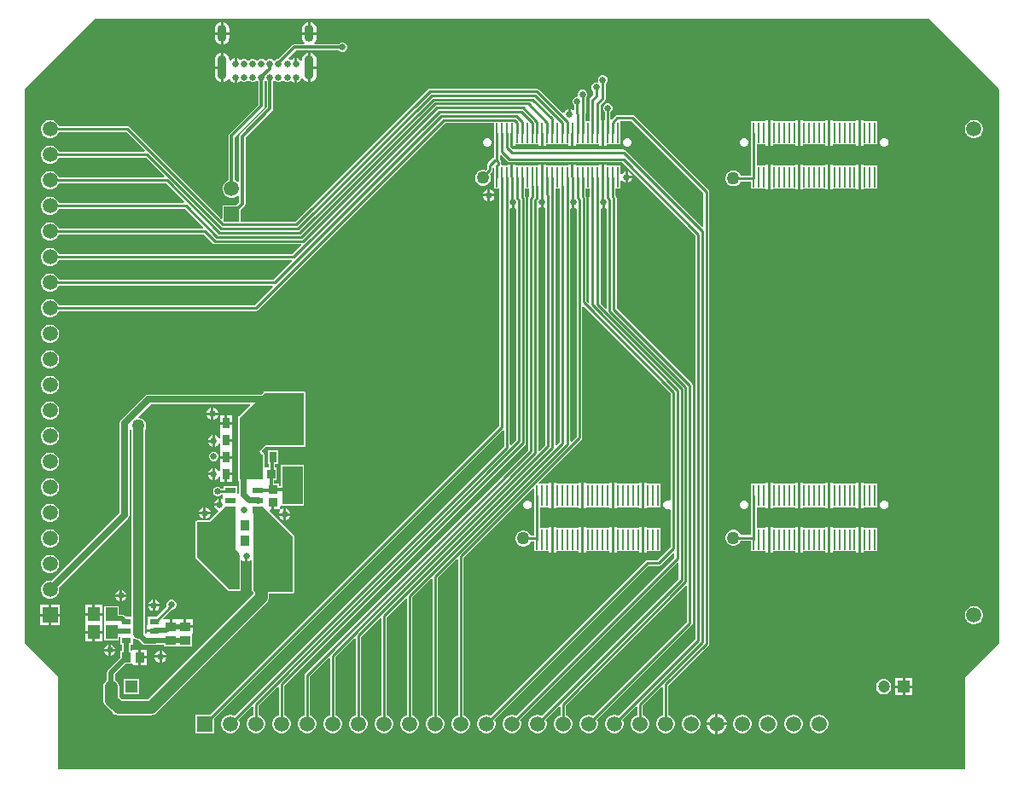
<source format=gbr>
%TF.GenerationSoftware,Altium Limited,Altium Designer,22.7.1 (60)*%
G04 Layer_Physical_Order=2*
G04 Layer_Color=16711680*
%FSLAX45Y45*%
%MOMM*%
%TF.SameCoordinates,3BEA7849-7BF4-4C83-8F54-36563B6BDC8B*%
%TF.FilePolarity,Positive*%
%TF.FileFunction,Copper,L2,Bot,Signal*%
%TF.Part,Single*%
G01*
G75*
%TA.AperFunction,SMDPad,CuDef*%
%ADD10R,1.15000X1.35000*%
%TA.AperFunction,Conductor*%
%ADD11C,0.25400*%
%ADD12C,1.27000*%
%ADD13C,1.01600*%
%ADD14C,0.50800*%
%ADD15C,0.30480*%
%TA.AperFunction,ComponentPad*%
%ADD16C,1.20000*%
%ADD17R,1.20000X1.20000*%
%ADD18C,0.65000*%
G04:AMPARAMS|DCode=19|XSize=0.9mm|YSize=2.4mm|CornerRadius=0.45mm|HoleSize=0mm|Usage=FLASHONLY|Rotation=0.000|XOffset=0mm|YOffset=0mm|HoleType=Round|Shape=RoundedRectangle|*
%AMROUNDEDRECTD19*
21,1,0.90000,1.50000,0,0,0.0*
21,1,0.00000,2.40000,0,0,0.0*
1,1,0.90000,0.00000,-0.75000*
1,1,0.90000,0.00000,-0.75000*
1,1,0.90000,0.00000,0.75000*
1,1,0.90000,0.00000,0.75000*
%
%ADD19ROUNDEDRECTD19*%
G04:AMPARAMS|DCode=20|XSize=0.9mm|YSize=1.7mm|CornerRadius=0.45mm|HoleSize=0mm|Usage=FLASHONLY|Rotation=0.000|XOffset=0mm|YOffset=0mm|HoleType=Round|Shape=RoundedRectangle|*
%AMROUNDEDRECTD20*
21,1,0.90000,0.80000,0,0,0.0*
21,1,0.00000,1.70000,0,0,0.0*
1,1,0.90000,0.00000,-0.40000*
1,1,0.90000,0.00000,-0.40000*
1,1,0.90000,0.00000,0.40000*
1,1,0.90000,0.00000,0.40000*
%
%ADD20ROUNDEDRECTD20*%
%ADD21C,1.50000*%
%ADD22R,1.50000X1.50000*%
%ADD23R,1.50000X1.50000*%
%TA.AperFunction,ViaPad*%
%ADD24C,1.50000*%
%ADD25C,0.63500*%
%ADD26C,1.27000*%
%TA.AperFunction,SMDPad,CuDef*%
%ADD27R,3.80000X2.03000*%
%ADD28R,0.90000X1.00000*%
%ADD29R,0.85000X0.95000*%
%ADD30R,0.65000X1.05000*%
%ADD31R,2.03000X3.80000*%
%ADD32R,0.95000X0.85000*%
%ADD33R,0.95250X0.60960*%
%ADD34R,1.00000X0.90000*%
%ADD35R,0.98000X3.40000*%
%ADD36R,1.00000X0.60000*%
%ADD37R,0.25000X2.00000*%
%TA.AperFunction,Conductor*%
%ADD38C,0.58420*%
%ADD39C,0.63500*%
G36*
X9679860Y6755000D02*
Y1255000D01*
X9342430Y917570D01*
Y5000D01*
X9342430Y5000D01*
X342430D01*
Y793306D01*
X342430Y793306D01*
Y917570D01*
X5000Y1255000D01*
Y6755000D01*
X705000Y7455000D01*
X8979860D01*
X9679860Y6755000D01*
D02*
G37*
%LPC*%
G36*
X2844801Y7419935D02*
Y7323300D01*
X2903108D01*
Y7350600D01*
X2900688Y7368978D01*
X2893595Y7386104D01*
X2882310Y7400810D01*
X2867604Y7412094D01*
X2850479Y7419188D01*
X2844801Y7419935D01*
D02*
G37*
G36*
X2819401D02*
X2813722Y7419188D01*
X2796597Y7412094D01*
X2781891Y7400810D01*
X2770606Y7386104D01*
X2763513Y7368978D01*
X2761093Y7350600D01*
Y7323300D01*
X2819401D01*
Y7419935D01*
D02*
G37*
G36*
X1979800D02*
Y7323300D01*
X2038108D01*
Y7350600D01*
X2035688Y7368978D01*
X2028595Y7386104D01*
X2017310Y7400810D01*
X2002604Y7412094D01*
X1985479Y7419188D01*
X1979800Y7419935D01*
D02*
G37*
G36*
X1954400D02*
X1948722Y7419188D01*
X1931597Y7412094D01*
X1916891Y7400810D01*
X1905606Y7386104D01*
X1898513Y7368978D01*
X1896093Y7350600D01*
Y7323300D01*
X1954400D01*
Y7419935D01*
D02*
G37*
G36*
X2038108Y7297900D02*
X1979800D01*
Y7201265D01*
X1985479Y7202012D01*
X2002604Y7209106D01*
X2017310Y7220390D01*
X2028595Y7235097D01*
X2035688Y7252222D01*
X2038108Y7270600D01*
Y7297900D01*
D02*
G37*
G36*
X1954400D02*
X1896093D01*
Y7270600D01*
X1898513Y7252222D01*
X1905606Y7235097D01*
X1916891Y7220390D01*
X1931597Y7209106D01*
X1948722Y7202012D01*
X1954400Y7201265D01*
Y7297900D01*
D02*
G37*
G36*
X2903108D02*
X2761093D01*
Y7270600D01*
X2763513Y7252222D01*
X2770606Y7235097D01*
X2781891Y7220390D01*
X2785062Y7217956D01*
X2780751Y7205256D01*
X2687613D01*
X2675720Y7202891D01*
X2665638Y7196154D01*
X2526824Y7057340D01*
X2517605D01*
X2500058Y7050072D01*
X2492897Y7042911D01*
X2484601Y7037874D01*
X2476304Y7042911D01*
X2469143Y7050072D01*
X2451597Y7057340D01*
X2432604D01*
X2415058Y7050072D01*
X2407897Y7042911D01*
X2399600Y7037874D01*
X2391304Y7042911D01*
X2384143Y7050072D01*
X2366596Y7057340D01*
X2347604D01*
X2330058Y7050072D01*
X2322897Y7042911D01*
X2314600Y7037874D01*
X2306304Y7042911D01*
X2299143Y7050072D01*
X2281596Y7057340D01*
X2262604D01*
X2245058Y7050072D01*
X2237897Y7042911D01*
X2229600Y7037874D01*
X2221304Y7042911D01*
X2214143Y7050072D01*
X2196597Y7057340D01*
X2177604D01*
X2160058Y7050072D01*
X2142804Y7050779D01*
X2134898Y7058685D01*
X2114800Y7067010D01*
Y7009600D01*
X2089400D01*
Y7067010D01*
X2069303Y7058685D01*
X2053015Y7042398D01*
X2050808Y7037069D01*
X2038108Y7039595D01*
Y7047600D01*
X2035688Y7065978D01*
X2028595Y7083104D01*
X2017310Y7097810D01*
X2002604Y7109094D01*
X1985479Y7116188D01*
X1979800Y7116935D01*
Y6972600D01*
Y6828264D01*
X1985479Y6829012D01*
X2002604Y6836106D01*
X2017310Y6847390D01*
X2028595Y6862096D01*
X2031500Y6869111D01*
X2044200Y6866585D01*
Y6863083D01*
X2053015Y6841802D01*
X2069303Y6825515D01*
X2089400Y6817190D01*
Y6874600D01*
X2114800D01*
Y6817190D01*
X2134898Y6825515D01*
X2142804Y6833421D01*
X2160058Y6834128D01*
X2177604Y6826860D01*
X2196597D01*
X2214143Y6834128D01*
X2221304Y6841288D01*
X2229601Y6846326D01*
X2237897Y6841288D01*
X2245058Y6834128D01*
X2262604Y6826860D01*
X2281596D01*
X2299143Y6834128D01*
X2306304Y6841289D01*
X2314600Y6846326D01*
X2322897Y6841289D01*
X2326023Y6838162D01*
Y6602223D01*
X2039743Y6315942D01*
X2033006Y6305860D01*
X2030641Y6293968D01*
Y5853944D01*
X2026887Y5852938D01*
X2006309Y5841058D01*
X1989508Y5824257D01*
X1977628Y5803679D01*
X1971478Y5780728D01*
Y5756968D01*
X1977628Y5734017D01*
X1989508Y5713439D01*
X2006309Y5696638D01*
X2026887Y5684758D01*
X2049838Y5678608D01*
X2073598D01*
X2096549Y5684758D01*
X2117127Y5696638D01*
X2123421Y5702932D01*
X2136121Y5697672D01*
Y5633200D01*
X2108008Y5605088D01*
X1971478D01*
Y5472455D01*
X1959745Y5467595D01*
X1045897Y6381444D01*
X1036655Y6387619D01*
X1025753Y6389788D01*
X1025752Y6389787D01*
X344790D01*
X343090Y6396131D01*
X331210Y6416709D01*
X314409Y6433510D01*
X293831Y6445390D01*
X270880Y6451540D01*
X247120D01*
X224169Y6445390D01*
X203591Y6433510D01*
X186790Y6416709D01*
X174910Y6396131D01*
X168760Y6373180D01*
Y6349420D01*
X174910Y6326469D01*
X186790Y6305891D01*
X203591Y6289090D01*
X224169Y6277210D01*
X247120Y6271060D01*
X270880D01*
X293831Y6277210D01*
X314409Y6289090D01*
X331210Y6305891D01*
X343090Y6326469D01*
X344790Y6332813D01*
X1013953D01*
X1199245Y6147521D01*
X1194384Y6135787D01*
X344790D01*
X343090Y6142131D01*
X331210Y6162709D01*
X314409Y6179510D01*
X293831Y6191390D01*
X270880Y6197540D01*
X247120D01*
X224169Y6191390D01*
X203591Y6179510D01*
X186790Y6162709D01*
X174910Y6142131D01*
X168760Y6119180D01*
Y6095420D01*
X174910Y6072469D01*
X186790Y6051891D01*
X203591Y6035090D01*
X224169Y6023210D01*
X247120Y6017060D01*
X270880D01*
X293831Y6023210D01*
X314409Y6035090D01*
X331210Y6051891D01*
X343090Y6072469D01*
X344790Y6078813D01*
X1210479D01*
X1395771Y5893521D01*
X1390911Y5881787D01*
X344790D01*
X343090Y5888131D01*
X331210Y5908709D01*
X314409Y5925510D01*
X293831Y5937390D01*
X270880Y5943540D01*
X247120D01*
X224169Y5937390D01*
X203591Y5925510D01*
X186790Y5908709D01*
X174910Y5888131D01*
X168760Y5865180D01*
Y5841420D01*
X174910Y5818469D01*
X186790Y5797891D01*
X203591Y5781090D01*
X224169Y5769210D01*
X247120Y5763060D01*
X270880D01*
X293831Y5769210D01*
X314409Y5781090D01*
X331210Y5797891D01*
X343090Y5818469D01*
X344790Y5824813D01*
X1407006D01*
X1592298Y5639521D01*
X1587438Y5627787D01*
X344790D01*
X343090Y5634131D01*
X331210Y5654709D01*
X314409Y5671510D01*
X293831Y5683390D01*
X270880Y5689540D01*
X247120D01*
X224169Y5683390D01*
X203591Y5671510D01*
X186790Y5654709D01*
X174910Y5634131D01*
X168760Y5611180D01*
Y5587420D01*
X174910Y5564469D01*
X186790Y5543891D01*
X203591Y5527090D01*
X224169Y5515210D01*
X247120Y5509060D01*
X270880D01*
X293831Y5515210D01*
X314409Y5527090D01*
X331210Y5543891D01*
X343090Y5564469D01*
X344790Y5570813D01*
X1595337D01*
X1780629Y5385521D01*
X1775769Y5373787D01*
X344790D01*
X343090Y5380131D01*
X331210Y5400709D01*
X314409Y5417510D01*
X293831Y5429390D01*
X270880Y5435540D01*
X247120D01*
X224169Y5429390D01*
X203591Y5417510D01*
X186790Y5400709D01*
X174910Y5380131D01*
X168760Y5357180D01*
Y5333420D01*
X174910Y5310469D01*
X186790Y5289891D01*
X203591Y5273090D01*
X224169Y5261210D01*
X247120Y5255060D01*
X270880D01*
X293831Y5261210D01*
X314409Y5273090D01*
X331210Y5289891D01*
X343090Y5310469D01*
X344790Y5316813D01*
X1784821D01*
X1872430Y5229204D01*
X1881672Y5223029D01*
X1892573Y5220860D01*
X1892575Y5220861D01*
X2751081D01*
X2755941Y5209127D01*
X2666601Y5119787D01*
X344790D01*
X343090Y5126131D01*
X331210Y5146709D01*
X314409Y5163510D01*
X293831Y5175390D01*
X270880Y5181540D01*
X247120D01*
X224169Y5175390D01*
X203591Y5163510D01*
X186790Y5146709D01*
X174910Y5126131D01*
X168760Y5103180D01*
Y5079420D01*
X174910Y5056469D01*
X186790Y5035891D01*
X203591Y5019090D01*
X224169Y5007210D01*
X247120Y5001060D01*
X270880D01*
X293831Y5007210D01*
X314409Y5019090D01*
X331210Y5035891D01*
X343090Y5056469D01*
X344790Y5062813D01*
X2657549D01*
X2662409Y5051079D01*
X2477117Y4865787D01*
X344790D01*
X343090Y4872131D01*
X331210Y4892709D01*
X314409Y4909510D01*
X293831Y4921390D01*
X270880Y4927540D01*
X247120D01*
X224169Y4921390D01*
X203591Y4909510D01*
X186790Y4892709D01*
X174910Y4872131D01*
X168760Y4849180D01*
Y4825420D01*
X174910Y4802469D01*
X186790Y4781891D01*
X203591Y4765090D01*
X224169Y4753210D01*
X247120Y4747060D01*
X270880D01*
X293831Y4753210D01*
X314409Y4765090D01*
X331210Y4781891D01*
X343090Y4802469D01*
X344790Y4808813D01*
X2468065D01*
X2472925Y4797079D01*
X2287633Y4611787D01*
X344790D01*
X343090Y4618131D01*
X331210Y4638709D01*
X314409Y4655510D01*
X293831Y4667390D01*
X270880Y4673540D01*
X247120D01*
X224169Y4667390D01*
X203591Y4655510D01*
X186790Y4638709D01*
X174910Y4618131D01*
X168760Y4595180D01*
Y4571420D01*
X174910Y4548469D01*
X186790Y4527891D01*
X203591Y4511090D01*
X224169Y4499210D01*
X247120Y4493060D01*
X270880D01*
X293831Y4499210D01*
X314409Y4511090D01*
X331210Y4527891D01*
X343090Y4548469D01*
X344790Y4554813D01*
X2299432D01*
X2299434Y4554812D01*
X2310335Y4556981D01*
X2319577Y4563156D01*
X4179363Y6422942D01*
X4664666D01*
Y6327247D01*
X4663919Y6323489D01*
Y6079076D01*
X4660463Y6078388D01*
X4651221Y6072213D01*
X4651220Y6072212D01*
X4602674Y6023666D01*
X4596498Y6014424D01*
X4594330Y6003522D01*
X4594330Y6003521D01*
Y5964904D01*
X4581267Y5951841D01*
X4565196Y5956148D01*
X4544463D01*
X4524437Y5950782D01*
X4506482Y5940415D01*
X4491822Y5925755D01*
X4481456Y5907800D01*
X4476090Y5887774D01*
Y5867041D01*
X4481456Y5847015D01*
X4491822Y5829060D01*
X4506482Y5814400D01*
X4524437Y5804034D01*
X4544463Y5798668D01*
X4565196D01*
X4585222Y5804034D01*
X4603177Y5814400D01*
X4617837Y5829060D01*
X4628204Y5847015D01*
X4633570Y5867041D01*
Y5887774D01*
X4628204Y5907800D01*
X4624396Y5914395D01*
X4642960Y5932960D01*
X4642961Y5932960D01*
X4649136Y5942202D01*
X4651305Y5953104D01*
X4651305Y5953105D01*
Y5978137D01*
X4651419Y5978213D01*
X4664119Y5971424D01*
Y5884495D01*
X4663919Y5883489D01*
X4664666Y5879730D01*
Y5768249D01*
X4713919D01*
Y3414776D01*
X1844382Y545240D01*
X1704190D01*
Y364760D01*
X1884670D01*
Y504952D01*
X4751219Y3371501D01*
X4763919Y3366241D01*
Y3210776D01*
X2088949Y535806D01*
X2083261Y539090D01*
X2060310Y545240D01*
X2036550D01*
X2013599Y539090D01*
X1993021Y527210D01*
X1976220Y510408D01*
X1964340Y489831D01*
X1958190Y466880D01*
Y443120D01*
X1964340Y420169D01*
X1976220Y399591D01*
X1993021Y382790D01*
X2013599Y370910D01*
X2036550Y364760D01*
X2060310D01*
X2083261Y370910D01*
X2103839Y382790D01*
X2120640Y399591D01*
X2132520Y420169D01*
X2138670Y443120D01*
Y466880D01*
X2132520Y489831D01*
X2129237Y495519D01*
X2262209Y628492D01*
X2273943Y623631D01*
Y540790D01*
X2267599Y539090D01*
X2247021Y527210D01*
X2230220Y510408D01*
X2218340Y489831D01*
X2212190Y466880D01*
Y443120D01*
X2218340Y420169D01*
X2230220Y399591D01*
X2247021Y382790D01*
X2267599Y370910D01*
X2290550Y364760D01*
X2314310D01*
X2337261Y370910D01*
X2357839Y382790D01*
X2374640Y399591D01*
X2386520Y420169D01*
X2392670Y443120D01*
Y466880D01*
X2386520Y489831D01*
X2374640Y510408D01*
X2357839Y527210D01*
X2337261Y539090D01*
X2330917Y540790D01*
Y639726D01*
X2516209Y825018D01*
X2527943Y820158D01*
Y540790D01*
X2521599Y539090D01*
X2501021Y527210D01*
X2484220Y510408D01*
X2472340Y489831D01*
X2466190Y466880D01*
Y443120D01*
X2472340Y420169D01*
X2484220Y399591D01*
X2501021Y382790D01*
X2521599Y370910D01*
X2544550Y364760D01*
X2568310D01*
X2591261Y370910D01*
X2611839Y382790D01*
X2628640Y399591D01*
X2640520Y420169D01*
X2646670Y443120D01*
Y466880D01*
X2640520Y489831D01*
X2628640Y510408D01*
X2611839Y527210D01*
X2591261Y539090D01*
X2584917Y540790D01*
Y836253D01*
X4972569Y3223905D01*
X4972570Y3223905D01*
X4978745Y3233147D01*
X4980914Y3244049D01*
X4980914Y3244050D01*
Y5672733D01*
X4978745Y5683635D01*
X4972570Y5692877D01*
X4972569Y5692877D01*
X4970894Y5694553D01*
Y5768249D01*
X5013919D01*
Y5694558D01*
X5012242Y5692882D01*
X5006067Y5683640D01*
X5003899Y5672738D01*
X5003899Y5672737D01*
Y3172124D01*
X2790286Y958512D01*
X2784111Y949270D01*
X2781942Y938368D01*
X2781943Y938367D01*
Y540790D01*
X2775599Y539090D01*
X2755021Y527210D01*
X2738220Y510408D01*
X2726340Y489831D01*
X2720190Y466880D01*
Y443120D01*
X2726340Y420169D01*
X2738220Y399591D01*
X2755021Y382790D01*
X2775599Y370910D01*
X2798550Y364760D01*
X2822310D01*
X2845261Y370910D01*
X2865839Y382790D01*
X2882640Y399591D01*
X2894520Y420169D01*
X2900670Y443120D01*
Y466880D01*
X2894520Y489831D01*
X2882640Y510408D01*
X2865839Y527210D01*
X2845261Y539090D01*
X2838917Y540790D01*
Y926568D01*
X3024209Y1111860D01*
X3035943Y1107000D01*
Y540790D01*
X3029599Y539090D01*
X3009021Y527210D01*
X2992220Y510408D01*
X2980340Y489831D01*
X2974190Y466880D01*
Y443120D01*
X2980340Y420169D01*
X2992220Y399591D01*
X3009021Y382790D01*
X3029599Y370910D01*
X3052550Y364760D01*
X3076310D01*
X3099261Y370910D01*
X3119839Y382790D01*
X3136640Y399591D01*
X3148520Y420169D01*
X3154670Y443120D01*
Y466880D01*
X3148520Y489831D01*
X3136640Y510408D01*
X3119839Y527210D01*
X3099261Y539090D01*
X3092917Y540790D01*
Y1123094D01*
X3278209Y1308386D01*
X3289943Y1303526D01*
Y540790D01*
X3283599Y539090D01*
X3263021Y527210D01*
X3246220Y510408D01*
X3234340Y489831D01*
X3228190Y466880D01*
Y443120D01*
X3234340Y420169D01*
X3246220Y399591D01*
X3263021Y382790D01*
X3283599Y370910D01*
X3306550Y364760D01*
X3330310D01*
X3353261Y370910D01*
X3373839Y382790D01*
X3390640Y399591D01*
X3402520Y420169D01*
X3408670Y443120D01*
Y466880D01*
X3402520Y489831D01*
X3390640Y510408D01*
X3373839Y527210D01*
X3353261Y539090D01*
X3346917Y540790D01*
Y1319621D01*
X3532209Y1504913D01*
X3543943Y1500052D01*
Y540790D01*
X3537599Y539090D01*
X3517021Y527210D01*
X3500220Y510408D01*
X3488340Y489831D01*
X3482190Y466880D01*
Y443120D01*
X3488340Y420169D01*
X3500220Y399591D01*
X3517021Y382790D01*
X3537599Y370910D01*
X3560550Y364760D01*
X3584310D01*
X3607261Y370910D01*
X3627839Y382790D01*
X3644640Y399591D01*
X3656520Y420169D01*
X3662670Y443120D01*
Y466880D01*
X3656520Y489831D01*
X3644640Y510408D01*
X3627839Y527210D01*
X3607261Y539090D01*
X3600917Y540790D01*
Y1516147D01*
X3786209Y1701439D01*
X3797943Y1696579D01*
Y540790D01*
X3791599Y539090D01*
X3771021Y527210D01*
X3754220Y510408D01*
X3742340Y489831D01*
X3736190Y466880D01*
Y443120D01*
X3742340Y420169D01*
X3754220Y399591D01*
X3771021Y382790D01*
X3791599Y370910D01*
X3814550Y364760D01*
X3838310D01*
X3861261Y370910D01*
X3881839Y382790D01*
X3898640Y399591D01*
X3910520Y420169D01*
X3916670Y443120D01*
Y466880D01*
X3910520Y489831D01*
X3898640Y510408D01*
X3881839Y527210D01*
X3861261Y539090D01*
X3854917Y540790D01*
Y1712673D01*
X4040209Y1897965D01*
X4051943Y1893105D01*
Y540790D01*
X4045599Y539090D01*
X4025021Y527210D01*
X4008220Y510408D01*
X3996340Y489831D01*
X3990190Y466880D01*
Y443120D01*
X3996340Y420169D01*
X4008220Y399591D01*
X4025021Y382790D01*
X4045599Y370910D01*
X4068550Y364760D01*
X4092310D01*
X4115261Y370910D01*
X4135839Y382790D01*
X4152640Y399591D01*
X4164520Y420169D01*
X4170670Y443120D01*
Y466880D01*
X4164520Y489831D01*
X4152640Y510408D01*
X4135839Y527210D01*
X4115261Y539090D01*
X4108917Y540790D01*
Y1909200D01*
X4294209Y2094492D01*
X4305943Y2089632D01*
Y540790D01*
X4299599Y539090D01*
X4279021Y527210D01*
X4262220Y510408D01*
X4250340Y489831D01*
X4244190Y466880D01*
Y443120D01*
X4250340Y420169D01*
X4262220Y399591D01*
X4279021Y382790D01*
X4299599Y370910D01*
X4322550Y364760D01*
X4346310D01*
X4369261Y370910D01*
X4389839Y382790D01*
X4406640Y399591D01*
X4418520Y420169D01*
X4424670Y443120D01*
Y466880D01*
X4418520Y489831D01*
X4406640Y510408D01*
X4389839Y527210D01*
X4369261Y539090D01*
X4362917Y540790D01*
Y2105726D01*
X5052933Y2795742D01*
X5064666Y2790882D01*
Y2727248D01*
X5063919Y2723489D01*
Y2325257D01*
X5028713D01*
X5028203Y2327162D01*
X5017837Y2345117D01*
X5003176Y2359777D01*
X4985221Y2370144D01*
X4965195Y2375510D01*
X4944463D01*
X4924436Y2370144D01*
X4906481Y2359777D01*
X4891821Y2345117D01*
X4881455Y2327162D01*
X4876089Y2307136D01*
Y2286403D01*
X4881455Y2266377D01*
X4891821Y2248422D01*
X4906481Y2233762D01*
X4924436Y2223396D01*
X4944463Y2218030D01*
X4965195D01*
X4985221Y2223396D01*
X5003176Y2233762D01*
X5017837Y2248422D01*
X5028203Y2266377D01*
X5028713Y2268282D01*
X5064666D01*
Y2168249D01*
X5204506D01*
Y2158089D01*
X5229706D01*
Y2283489D01*
Y2408889D01*
X5204506D01*
Y2398729D01*
X5120893D01*
Y2608249D01*
X5204506D01*
Y2598089D01*
X5229706D01*
Y2723489D01*
Y2848889D01*
X5204506D01*
Y2838729D01*
X5112514D01*
X5107654Y2850463D01*
X5531930Y3274739D01*
X5538105Y3283981D01*
X5540274Y3294883D01*
X5540274Y3294884D01*
Y4596329D01*
X5552007Y4601189D01*
X6414359Y3738837D01*
Y2677333D01*
X6401659Y2668847D01*
X6395907Y2671229D01*
X6378905D01*
X6363196Y2664722D01*
X6351173Y2652700D01*
X6344666Y2636991D01*
Y2619988D01*
X6351173Y2604279D01*
X6363196Y2592256D01*
X6378905Y2585749D01*
X6395907D01*
X6401659Y2588132D01*
X6414359Y2579646D01*
Y2209493D01*
X6284962Y2080096D01*
X6185039D01*
X6174137Y2077928D01*
X6164895Y2071753D01*
X6164895Y2071752D01*
X4628949Y535806D01*
X4623261Y539090D01*
X4600310Y545240D01*
X4576550D01*
X4553599Y539090D01*
X4533021Y527210D01*
X4516220Y510408D01*
X4504340Y489831D01*
X4498190Y466880D01*
Y443120D01*
X4504340Y420169D01*
X4516220Y399591D01*
X4533021Y382790D01*
X4553599Y370910D01*
X4576550Y364760D01*
X4600310D01*
X4623261Y370910D01*
X4643839Y382790D01*
X4660640Y399591D01*
X4672520Y420169D01*
X4678670Y443120D01*
Y466880D01*
X4672520Y489831D01*
X4669237Y495519D01*
X6196839Y2023121D01*
X6296760D01*
X6296762Y2023121D01*
X6307663Y2025290D01*
X6316905Y2031465D01*
X6443265Y2157825D01*
X6454999Y2152965D01*
Y2107856D01*
X4882949Y535806D01*
X4877261Y539090D01*
X4854310Y545240D01*
X4830550D01*
X4807599Y539090D01*
X4787021Y527210D01*
X4770220Y510408D01*
X4758340Y489831D01*
X4752190Y466880D01*
Y443120D01*
X4758340Y420169D01*
X4770220Y399591D01*
X4787021Y382790D01*
X4807599Y370910D01*
X4830550Y364760D01*
X4854310D01*
X4877261Y370910D01*
X4897839Y382790D01*
X4914640Y399591D01*
X4926520Y420169D01*
X4932670Y443120D01*
Y466880D01*
X4926520Y489831D01*
X4923237Y495519D01*
X6483905Y2056188D01*
X6495639Y2051328D01*
Y1894496D01*
X5136949Y535806D01*
X5131261Y539090D01*
X5108310Y545240D01*
X5084550D01*
X5061599Y539090D01*
X5041021Y527210D01*
X5024220Y510408D01*
X5012340Y489831D01*
X5006190Y466880D01*
Y443120D01*
X5012340Y420169D01*
X5024220Y399591D01*
X5041021Y382790D01*
X5061599Y370910D01*
X5084550Y364760D01*
X5108310D01*
X5131261Y370910D01*
X5151839Y382790D01*
X5168640Y399591D01*
X5180520Y420169D01*
X5186670Y443120D01*
Y466880D01*
X5180520Y489831D01*
X5177237Y495519D01*
X5310209Y628492D01*
X5321943Y623631D01*
Y540790D01*
X5315599Y539090D01*
X5295021Y527210D01*
X5278220Y510408D01*
X5266340Y489831D01*
X5260190Y466880D01*
Y443120D01*
X5266340Y420169D01*
X5278220Y399591D01*
X5295021Y382790D01*
X5315599Y370910D01*
X5338550Y364760D01*
X5362310D01*
X5385261Y370910D01*
X5405839Y382790D01*
X5422640Y399591D01*
X5434520Y420169D01*
X5440670Y443120D01*
Y466880D01*
X5434520Y489831D01*
X5422640Y510408D01*
X5405839Y527210D01*
X5385261Y539090D01*
X5378917Y540790D01*
Y639726D01*
X6565185Y1825995D01*
X6576919Y1821134D01*
Y1467776D01*
X5644949Y535806D01*
X5639261Y539090D01*
X5616310Y545240D01*
X5592550D01*
X5569599Y539090D01*
X5549021Y527210D01*
X5532220Y510408D01*
X5520340Y489831D01*
X5514190Y466880D01*
Y443120D01*
X5520340Y420169D01*
X5532220Y399591D01*
X5549021Y382790D01*
X5569599Y370910D01*
X5592550Y364760D01*
X5616310D01*
X5639261Y370910D01*
X5659839Y382790D01*
X5676640Y399591D01*
X5688520Y420169D01*
X5694670Y443120D01*
Y466880D01*
X5688520Y489831D01*
X5685237Y495519D01*
X6625550Y1435832D01*
X6631725Y1445074D01*
X6633894Y1455976D01*
X6633894Y1455977D01*
Y3817970D01*
X6633894Y3817972D01*
X6631725Y3828873D01*
X6625550Y3838115D01*
X6625549Y3838116D01*
X5880914Y4582752D01*
Y5673805D01*
X5878745Y5684706D01*
X5872570Y5693948D01*
X5872569Y5693949D01*
X5870894Y5695625D01*
Y5768249D01*
X5920146D01*
Y5847361D01*
X5929539Y5850580D01*
X5932846Y5850824D01*
X5948260Y5835410D01*
X5967933Y5827261D01*
Y5883859D01*
Y5940457D01*
X5948260Y5932309D01*
X5932846Y5916894D01*
X5929539Y5917139D01*
X5920146Y5920357D01*
Y5998729D01*
X5780306D01*
Y6008889D01*
X5755106D01*
Y5883489D01*
X5729706D01*
Y6008889D01*
X5704506D01*
Y5998729D01*
X5480306D01*
Y6008889D01*
X5455106D01*
Y5883489D01*
X5429706D01*
Y6008889D01*
X5404506D01*
Y5998729D01*
X5180306D01*
Y6008889D01*
X5155106D01*
Y5883489D01*
X5129706D01*
Y6008889D01*
X5104506D01*
Y5998729D01*
X4880306D01*
Y6008889D01*
X4855106D01*
Y5883489D01*
X4829706D01*
Y6008889D01*
X4804506D01*
Y5998729D01*
X4746124D01*
X4735701Y6011429D01*
X4735773Y6011790D01*
Y6037190D01*
X4733604Y6048092D01*
X4727429Y6057334D01*
X4727428Y6057334D01*
X4720894Y6063869D01*
Y6098256D01*
X4733594Y6103517D01*
X4799201Y6037909D01*
X4799202Y6037909D01*
X4808444Y6031733D01*
X4819345Y6029565D01*
X5936575D01*
X6661822Y5304319D01*
Y1298679D01*
X5898949Y535806D01*
X5893261Y539090D01*
X5870310Y545240D01*
X5846550D01*
X5823599Y539090D01*
X5803021Y527210D01*
X5786220Y510408D01*
X5774340Y489831D01*
X5768190Y466880D01*
Y443120D01*
X5774340Y420169D01*
X5786220Y399591D01*
X5803021Y382790D01*
X5823599Y370910D01*
X5846550Y364760D01*
X5870310D01*
X5893261Y370910D01*
X5913839Y382790D01*
X5930640Y399591D01*
X5942520Y420169D01*
X5948670Y443120D01*
Y466880D01*
X5942520Y489831D01*
X5939237Y495519D01*
X6072209Y628492D01*
X6083943Y623631D01*
Y540790D01*
X6077599Y539090D01*
X6057021Y527210D01*
X6040220Y510408D01*
X6028340Y489831D01*
X6022190Y466880D01*
Y443120D01*
X6028340Y420169D01*
X6040220Y399591D01*
X6057021Y382790D01*
X6077599Y370910D01*
X6100550Y364760D01*
X6124310D01*
X6147261Y370910D01*
X6167839Y382790D01*
X6184640Y399591D01*
X6196520Y420169D01*
X6202670Y443120D01*
Y466880D01*
X6196520Y489831D01*
X6184640Y510408D01*
X6167839Y527210D01*
X6147261Y539090D01*
X6140917Y540790D01*
Y639726D01*
X6326209Y825018D01*
X6337943Y820158D01*
Y540790D01*
X6331599Y539090D01*
X6311021Y527210D01*
X6294220Y510408D01*
X6282340Y489831D01*
X6276190Y466880D01*
Y443120D01*
X6282340Y420169D01*
X6294220Y399591D01*
X6311021Y382790D01*
X6331599Y370910D01*
X6354550Y364760D01*
X6378310D01*
X6401261Y370910D01*
X6421839Y382790D01*
X6438640Y399591D01*
X6450520Y420169D01*
X6456670Y443120D01*
Y466880D01*
X6450520Y489831D01*
X6438640Y510408D01*
X6421839Y527210D01*
X6401261Y539090D01*
X6394917Y540790D01*
Y836253D01*
X6791732Y1233068D01*
X6791733Y1233068D01*
X6797908Y1242310D01*
X6800077Y1253212D01*
Y5738063D01*
X6797908Y5748965D01*
X6791733Y5758207D01*
X6791732Y5758207D01*
X6059685Y6490255D01*
X6050443Y6496430D01*
X6039541Y6498599D01*
X6039540Y6498599D01*
X5887016D01*
X5887015Y6498599D01*
X5876113Y6496430D01*
X5866871Y6490255D01*
X5866871Y6490254D01*
X5833594Y6456977D01*
X5826492Y6458378D01*
X5820894Y6461709D01*
Y6528632D01*
X5833373Y6541111D01*
X5840527Y6558382D01*
Y6577076D01*
X5833373Y6594346D01*
X5820154Y6607565D01*
X5802884Y6614719D01*
X5784190D01*
X5766919Y6607565D01*
X5753701Y6594346D01*
X5746547Y6577076D01*
Y6558382D01*
X5753701Y6541111D01*
X5763919Y6530893D01*
Y6448889D01*
X5755106D01*
Y6323489D01*
Y6198089D01*
X5780306D01*
Y6208249D01*
X5920146D01*
Y6438729D01*
X5931647Y6441624D01*
X6027741D01*
X6743102Y5726263D01*
Y5391174D01*
X6731369Y5386314D01*
X5969398Y6148285D01*
X5960155Y6154460D01*
X5949254Y6156629D01*
X5949253Y6156629D01*
X4851379D01*
X4822618Y6185389D01*
X4824775Y6198089D01*
X4829706D01*
Y6323489D01*
X4855106D01*
Y6198089D01*
X4880306D01*
Y6208249D01*
X5104506D01*
Y6198089D01*
X5129706D01*
Y6323489D01*
X5155106D01*
Y6198089D01*
X5180306D01*
Y6208249D01*
X5404506D01*
Y6198089D01*
X5429706D01*
Y6323489D01*
X5455106D01*
Y6198089D01*
X5480306D01*
Y6208249D01*
X5704506D01*
Y6198089D01*
X5729706D01*
Y6323489D01*
Y6448889D01*
X5720894D01*
Y6601776D01*
X5762448Y6643331D01*
X5762449Y6643331D01*
X5768624Y6652573D01*
X5770793Y6663475D01*
Y6811524D01*
X5782141Y6822873D01*
X5789295Y6840144D01*
Y6858838D01*
X5782141Y6876108D01*
X5768923Y6889327D01*
X5751652Y6896481D01*
X5732958D01*
X5715688Y6889327D01*
X5702469Y6876108D01*
X5695315Y6858838D01*
Y6840144D01*
X5699702Y6829554D01*
X5689982Y6819833D01*
X5686755Y6821170D01*
X5668061D01*
X5650790Y6814016D01*
X5637572Y6800798D01*
X5630418Y6783527D01*
Y6764833D01*
X5637572Y6747562D01*
X5648921Y6736214D01*
Y6700488D01*
X5622263Y6673830D01*
X5616087Y6664588D01*
X5613919Y6653687D01*
X5613919Y6653685D01*
Y6438729D01*
X5570894D01*
Y6518553D01*
X5576321Y6526675D01*
X5578489Y6537577D01*
Y6673323D01*
X5581760Y6676595D01*
X5588914Y6693865D01*
Y6712559D01*
X5581760Y6729830D01*
X5568542Y6743048D01*
X5551271Y6750202D01*
X5532577D01*
X5515307Y6743048D01*
X5502088Y6729830D01*
X5494934Y6712559D01*
Y6693865D01*
X5495734Y6691935D01*
X5487248Y6679235D01*
X5480965D01*
X5463694Y6672081D01*
X5450476Y6658862D01*
X5443322Y6641592D01*
Y6622898D01*
X5450476Y6605627D01*
X5461824Y6594278D01*
Y6553064D01*
X5449124Y6547803D01*
X5445265Y6551662D01*
X5425592Y6559811D01*
Y6503213D01*
X5400192D01*
Y6559811D01*
X5380520Y6551662D01*
X5364443Y6535586D01*
X5359640Y6523990D01*
X5344659Y6521010D01*
X5109617Y6756053D01*
X5100375Y6762228D01*
X5089473Y6764397D01*
X5089472Y6764397D01*
X4028826D01*
X4017924Y6762228D01*
X4008682Y6756053D01*
X4008681Y6756052D01*
X2693024Y5440395D01*
X2151958D01*
Y5561138D01*
X2189173Y5598353D01*
X2195910Y5608435D01*
X2198275Y5620328D01*
Y6276898D01*
X2464075Y6542698D01*
X2470812Y6552780D01*
X2473178Y6564673D01*
Y6838162D01*
X2476304Y6841289D01*
X2484601Y6846326D01*
X2492897Y6841289D01*
X2500058Y6834128D01*
X2517605Y6826860D01*
X2536597D01*
X2554143Y6834128D01*
X2561304Y6841288D01*
X2569601Y6846326D01*
X2577897Y6841288D01*
X2585058Y6834128D01*
X2602604Y6826860D01*
X2621596D01*
X2639143Y6834128D01*
X2656231Y6833587D01*
X2664303Y6825515D01*
X2684401Y6817190D01*
Y6874600D01*
X2709801D01*
Y6817190D01*
X2729898Y6825515D01*
X2746186Y6841802D01*
X2755001Y6863083D01*
Y6866585D01*
X2767701Y6869111D01*
X2770606Y6862096D01*
X2781891Y6847390D01*
X2796597Y6836106D01*
X2813722Y6829012D01*
X2819401Y6828264D01*
Y6972600D01*
Y7116935D01*
X2813722Y7116188D01*
X2796597Y7109094D01*
X2781891Y7097810D01*
X2770606Y7083104D01*
X2763513Y7065978D01*
X2761093Y7047600D01*
Y7039595D01*
X2748393Y7037069D01*
X2746186Y7042398D01*
X2729898Y7058685D01*
X2709801Y7067010D01*
Y7009600D01*
X2684401D01*
Y7067010D01*
X2664303Y7058685D01*
X2656397Y7050779D01*
X2639143Y7050072D01*
X2629436Y7054093D01*
X2626456Y7069073D01*
X2700485Y7143102D01*
X3125907D01*
X3134666Y7134343D01*
X3151937Y7127189D01*
X3170631D01*
X3187902Y7134343D01*
X3201120Y7147562D01*
X3208274Y7164832D01*
Y7183526D01*
X3201120Y7200797D01*
X3187902Y7214015D01*
X3170631Y7221169D01*
X3151937D01*
X3134666Y7214015D01*
X3125907Y7205256D01*
X2883450D01*
X2879139Y7217956D01*
X2882310Y7220390D01*
X2893595Y7235097D01*
X2900688Y7252222D01*
X2903108Y7270600D01*
Y7297900D01*
D02*
G37*
G36*
X2844801Y7116935D02*
Y6985300D01*
X2903108D01*
Y7047600D01*
X2900688Y7065978D01*
X2893595Y7083104D01*
X2882310Y7097810D01*
X2867604Y7109094D01*
X2850479Y7116188D01*
X2844801Y7116935D01*
D02*
G37*
G36*
X1954400D02*
X1948722Y7116188D01*
X1931597Y7109094D01*
X1916891Y7097810D01*
X1905606Y7083104D01*
X1898513Y7065978D01*
X1896093Y7047600D01*
Y6985300D01*
X1954400D01*
Y7116935D01*
D02*
G37*
G36*
X2903108Y6959900D02*
X2844801D01*
Y6828264D01*
X2850479Y6829012D01*
X2867604Y6836106D01*
X2882310Y6847390D01*
X2893595Y6862096D01*
X2900688Y6879222D01*
X2903108Y6897600D01*
Y6959900D01*
D02*
G37*
G36*
X1954400D02*
X1896093D01*
Y6897600D01*
X1898513Y6879222D01*
X1905606Y6862096D01*
X1916891Y6847390D01*
X1931597Y6836106D01*
X1948722Y6829012D01*
X1954400Y6828264D01*
Y6959900D01*
D02*
G37*
G36*
X8279706Y6448889D02*
X8254506D01*
Y6438729D01*
X8030306D01*
Y6448889D01*
X8005106D01*
Y6323489D01*
Y6198089D01*
X8030306D01*
Y6208249D01*
X8254506D01*
Y6198089D01*
X8279706D01*
Y6323489D01*
Y6448889D01*
D02*
G37*
G36*
X7979706D02*
X7954506D01*
Y6438729D01*
X7730306D01*
Y6448889D01*
X7705106D01*
Y6323489D01*
Y6198089D01*
X7730306D01*
Y6208249D01*
X7954506D01*
Y6198089D01*
X7979706D01*
Y6323489D01*
Y6448889D01*
D02*
G37*
G36*
X7679706D02*
X7654506D01*
Y6438729D01*
X7430306D01*
Y6448889D01*
X7405106D01*
Y6323489D01*
Y6198089D01*
X7430306D01*
Y6208249D01*
X7654506D01*
Y6198089D01*
X7679706D01*
Y6323489D01*
Y6448889D01*
D02*
G37*
G36*
X9437740Y6451540D02*
X9413980D01*
X9391029Y6445390D01*
X9370451Y6433510D01*
X9353650Y6416709D01*
X9341770Y6396131D01*
X9335620Y6373180D01*
Y6349420D01*
X9341770Y6326469D01*
X9353650Y6305891D01*
X9370451Y6289090D01*
X9391029Y6277210D01*
X9413980Y6271060D01*
X9437740D01*
X9460691Y6277210D01*
X9481269Y6289090D01*
X9498070Y6305891D01*
X9509950Y6326469D01*
X9516100Y6349420D01*
Y6373180D01*
X9509950Y6396131D01*
X9498070Y6416709D01*
X9481269Y6433510D01*
X9460691Y6445390D01*
X9437740Y6451540D01*
D02*
G37*
G36*
X8330306Y6448889D02*
X8305106D01*
Y6323489D01*
Y6198089D01*
X8330306D01*
Y6208249D01*
X8470146D01*
Y6438729D01*
X8330306D01*
Y6448889D01*
D02*
G37*
G36*
X7379706D02*
X7354506D01*
Y6438729D01*
X7214666D01*
Y6327247D01*
X7213919Y6323489D01*
Y5899443D01*
X7112580D01*
X7112070Y5901349D01*
X7101703Y5919303D01*
X7087043Y5933964D01*
X7069088Y5944330D01*
X7049062Y5949696D01*
X7028329D01*
X7008303Y5944330D01*
X6990348Y5933964D01*
X6975688Y5919303D01*
X6965322Y5901349D01*
X6959956Y5881322D01*
Y5860590D01*
X6965322Y5840563D01*
X6975688Y5822609D01*
X6990348Y5807948D01*
X7008303Y5797582D01*
X7028329Y5792216D01*
X7049062D01*
X7069088Y5797582D01*
X7087043Y5807948D01*
X7101703Y5822609D01*
X7112070Y5840563D01*
X7112580Y5842469D01*
X7214666D01*
Y5768249D01*
X7354506D01*
Y5758089D01*
X7379706D01*
Y5883489D01*
Y6008889D01*
X7354506D01*
Y5998729D01*
X7270894D01*
Y6208249D01*
X7354506D01*
Y6198089D01*
X7379706D01*
Y6323489D01*
Y6448889D01*
D02*
G37*
G36*
X8545907Y6271229D02*
X8528905D01*
X8513196Y6264722D01*
X8501173Y6252699D01*
X8494666Y6236991D01*
Y6219988D01*
X8501173Y6204279D01*
X8513196Y6192256D01*
X8528905Y6185749D01*
X8545907D01*
X8561616Y6192256D01*
X8573639Y6204279D01*
X8580146Y6219988D01*
Y6236991D01*
X8573639Y6252699D01*
X8561616Y6264722D01*
X8545907Y6271229D01*
D02*
G37*
G36*
X7155908D02*
X7138905D01*
X7123196Y6264722D01*
X7111173Y6252699D01*
X7104667Y6236991D01*
Y6219988D01*
X7111173Y6204279D01*
X7123196Y6192256D01*
X7138905Y6185749D01*
X7155908D01*
X7171617Y6192256D01*
X7183639Y6204279D01*
X7190146Y6219988D01*
Y6236991D01*
X7183639Y6252699D01*
X7171617Y6264722D01*
X7155908Y6271229D01*
D02*
G37*
G36*
X5995907D02*
X5978905D01*
X5963196Y6264722D01*
X5951173Y6252699D01*
X5944666Y6236991D01*
Y6219988D01*
X5951173Y6204279D01*
X5963196Y6192256D01*
X5978905Y6185749D01*
X5995907D01*
X6011616Y6192256D01*
X6023639Y6204279D01*
X6030146Y6219988D01*
Y6236991D01*
X6023639Y6252699D01*
X6011616Y6264722D01*
X5995907Y6271229D01*
D02*
G37*
G36*
X4605908D02*
X4588905D01*
X4573196Y6264722D01*
X4561173Y6252699D01*
X4554667Y6236991D01*
Y6219988D01*
X4561173Y6204279D01*
X4573196Y6192256D01*
X4588905Y6185749D01*
X4605908D01*
X4621617Y6192256D01*
X4633639Y6204279D01*
X4640146Y6219988D01*
Y6236991D01*
X4633639Y6252699D01*
X4621617Y6264722D01*
X4605908Y6271229D01*
D02*
G37*
G36*
X8279706Y6008889D02*
X8254506D01*
Y5998729D01*
X8030306D01*
Y6008889D01*
X8005106D01*
Y5883489D01*
Y5758089D01*
X8030306D01*
Y5768249D01*
X8254506D01*
Y5758089D01*
X8279706D01*
Y5883489D01*
Y6008889D01*
D02*
G37*
G36*
X7979706D02*
X7954506D01*
Y5998729D01*
X7730306D01*
Y6008889D01*
X7705106D01*
Y5883489D01*
Y5758089D01*
X7730306D01*
Y5768249D01*
X7954506D01*
Y5758089D01*
X7979706D01*
Y5883489D01*
Y6008889D01*
D02*
G37*
G36*
X7679706D02*
X7654506D01*
Y5998729D01*
X7430306D01*
Y6008889D01*
X7405106D01*
Y5883489D01*
Y5758089D01*
X7430306D01*
Y5768249D01*
X7654506D01*
Y5758089D01*
X7679706D01*
Y5883489D01*
Y6008889D01*
D02*
G37*
G36*
X5993333Y5940457D02*
Y5896559D01*
X6037231D01*
X6029083Y5916232D01*
X6013006Y5932309D01*
X5993333Y5940457D01*
D02*
G37*
G36*
X6037231Y5871159D02*
X5993333D01*
Y5827261D01*
X6013006Y5835410D01*
X6029083Y5851486D01*
X6037231Y5871159D01*
D02*
G37*
G36*
X8330306Y6008889D02*
X8305106D01*
Y5883489D01*
Y5758089D01*
X8330306D01*
Y5768249D01*
X8470146D01*
Y5998729D01*
X8330306D01*
Y6008889D01*
D02*
G37*
G36*
X4625594Y5759812D02*
Y5715914D01*
X4669492D01*
X4661343Y5735587D01*
X4645267Y5751664D01*
X4625594Y5759812D01*
D02*
G37*
G36*
X4600194D02*
X4580521Y5751664D01*
X4564445Y5735587D01*
X4556296Y5715914D01*
X4600194D01*
Y5759812D01*
D02*
G37*
G36*
X4669492Y5690514D02*
X4625594D01*
Y5646616D01*
X4645267Y5654765D01*
X4661343Y5670842D01*
X4669492Y5690514D01*
D02*
G37*
G36*
X4600194D02*
X4556296D01*
X4564445Y5670842D01*
X4580521Y5654765D01*
X4600194Y5646616D01*
Y5690514D01*
D02*
G37*
G36*
X270880Y4419540D02*
X247120D01*
X224169Y4413390D01*
X203591Y4401510D01*
X186790Y4384709D01*
X174910Y4364131D01*
X168760Y4341180D01*
Y4317420D01*
X174910Y4294469D01*
X186790Y4273891D01*
X203591Y4257090D01*
X224169Y4245210D01*
X247120Y4239060D01*
X270880D01*
X293831Y4245210D01*
X314409Y4257090D01*
X331210Y4273891D01*
X343090Y4294469D01*
X349240Y4317420D01*
Y4341180D01*
X343090Y4364131D01*
X331210Y4384709D01*
X314409Y4401510D01*
X293831Y4413390D01*
X270880Y4419540D01*
D02*
G37*
G36*
Y4165540D02*
X247120D01*
X224169Y4159390D01*
X203591Y4147510D01*
X186790Y4130709D01*
X174910Y4110131D01*
X168760Y4087180D01*
Y4063420D01*
X174910Y4040469D01*
X186790Y4019891D01*
X203591Y4003090D01*
X224169Y3991210D01*
X247120Y3985060D01*
X270880D01*
X293831Y3991210D01*
X314409Y4003090D01*
X331210Y4019891D01*
X343090Y4040469D01*
X349240Y4063420D01*
Y4087180D01*
X343090Y4110131D01*
X331210Y4130709D01*
X314409Y4147510D01*
X293831Y4159390D01*
X270880Y4165540D01*
D02*
G37*
G36*
Y3911540D02*
X247120D01*
X224169Y3905390D01*
X203591Y3893510D01*
X186790Y3876709D01*
X174910Y3856131D01*
X168760Y3833180D01*
Y3809420D01*
X174910Y3786469D01*
X186790Y3765891D01*
X203591Y3749090D01*
X224169Y3737210D01*
X247120Y3731060D01*
X270880D01*
X293831Y3737210D01*
X314409Y3749090D01*
X331210Y3765891D01*
X343090Y3786469D01*
X349240Y3809420D01*
Y3833180D01*
X343090Y3856131D01*
X331210Y3876709D01*
X314409Y3893510D01*
X293831Y3905390D01*
X270880Y3911540D01*
D02*
G37*
G36*
Y3657540D02*
X247120D01*
X224169Y3651390D01*
X203591Y3639510D01*
X186790Y3622709D01*
X174910Y3602131D01*
X168760Y3579180D01*
Y3555420D01*
X174910Y3532469D01*
X186790Y3511891D01*
X203591Y3495090D01*
X224169Y3483210D01*
X247120Y3477060D01*
X270880D01*
X293831Y3483210D01*
X314409Y3495090D01*
X331210Y3511891D01*
X343090Y3532469D01*
X349240Y3555420D01*
Y3579180D01*
X343090Y3602131D01*
X331210Y3622709D01*
X314409Y3639510D01*
X293831Y3651390D01*
X270880Y3657540D01*
D02*
G37*
G36*
Y3403540D02*
X247120D01*
X224169Y3397390D01*
X203591Y3385510D01*
X186790Y3368709D01*
X174910Y3348131D01*
X168760Y3325180D01*
Y3301420D01*
X174910Y3278469D01*
X186790Y3257891D01*
X203591Y3241090D01*
X224169Y3229210D01*
X247120Y3223060D01*
X270880D01*
X293831Y3229210D01*
X314409Y3241090D01*
X331210Y3257891D01*
X343090Y3278469D01*
X349240Y3301420D01*
Y3325180D01*
X343090Y3348131D01*
X331210Y3368709D01*
X314409Y3385510D01*
X293831Y3397390D01*
X270880Y3403540D01*
D02*
G37*
G36*
Y3149540D02*
X247120D01*
X224169Y3143390D01*
X203591Y3131510D01*
X186790Y3114709D01*
X174910Y3094131D01*
X168760Y3071180D01*
Y3047420D01*
X174910Y3024469D01*
X186790Y3003891D01*
X203591Y2987090D01*
X224169Y2975210D01*
X247120Y2969060D01*
X270880D01*
X293831Y2975210D01*
X314409Y2987090D01*
X331210Y3003891D01*
X343090Y3024469D01*
X349240Y3047420D01*
Y3071180D01*
X343090Y3094131D01*
X331210Y3114709D01*
X314409Y3131510D01*
X293831Y3143390D01*
X270880Y3149540D01*
D02*
G37*
G36*
X8279706Y2848889D02*
X8254506D01*
Y2838729D01*
X8030306D01*
Y2848889D01*
X8005106D01*
Y2723489D01*
Y2598089D01*
X8030306D01*
Y2608249D01*
X8254506D01*
Y2598089D01*
X8279706D01*
Y2723489D01*
Y2848889D01*
D02*
G37*
G36*
X7979706D02*
X7954506D01*
Y2838729D01*
X7730306D01*
Y2848889D01*
X7705106D01*
Y2723489D01*
Y2598089D01*
X7730306D01*
Y2608249D01*
X7954506D01*
Y2598089D01*
X7979706D01*
Y2723489D01*
Y2848889D01*
D02*
G37*
G36*
X7679706D02*
X7654506D01*
Y2838729D01*
X7430306D01*
Y2848889D01*
X7405106D01*
Y2723489D01*
Y2598089D01*
X7430306D01*
Y2608249D01*
X7654506D01*
Y2598089D01*
X7679706D01*
Y2723489D01*
Y2848889D01*
D02*
G37*
G36*
X6129706D02*
X6104506D01*
Y2838729D01*
X5880306D01*
Y2848889D01*
X5855106D01*
Y2723489D01*
Y2598089D01*
X5880306D01*
Y2608249D01*
X6104506D01*
Y2598089D01*
X6129706D01*
Y2723489D01*
Y2848889D01*
D02*
G37*
G36*
X5829706D02*
X5804506D01*
Y2838729D01*
X5580306D01*
Y2848889D01*
X5555106D01*
Y2723489D01*
Y2598089D01*
X5580306D01*
Y2608249D01*
X5804506D01*
Y2598089D01*
X5829706D01*
Y2723489D01*
Y2848889D01*
D02*
G37*
G36*
X5529706D02*
X5504506D01*
Y2838729D01*
X5280306D01*
Y2848889D01*
X5255106D01*
Y2723489D01*
Y2598089D01*
X5280306D01*
Y2608249D01*
X5504506D01*
Y2598089D01*
X5529706D01*
Y2723489D01*
Y2848889D01*
D02*
G37*
G36*
X270880Y2895540D02*
X247120D01*
X224169Y2889390D01*
X203591Y2877510D01*
X186790Y2860709D01*
X174910Y2840131D01*
X168760Y2817180D01*
Y2793420D01*
X174910Y2770469D01*
X186790Y2749891D01*
X203591Y2733090D01*
X224169Y2721210D01*
X247120Y2715060D01*
X270880D01*
X293831Y2721210D01*
X314409Y2733090D01*
X331210Y2749891D01*
X343090Y2770469D01*
X349240Y2793420D01*
Y2817180D01*
X343090Y2840131D01*
X331210Y2860709D01*
X314409Y2877510D01*
X293831Y2889390D01*
X270880Y2895540D01*
D02*
G37*
G36*
X8330306Y2848889D02*
X8305106D01*
Y2723489D01*
Y2598089D01*
X8330306D01*
Y2608249D01*
X8470146D01*
Y2838729D01*
X8330306D01*
Y2848889D01*
D02*
G37*
G36*
X7379706D02*
X7354506D01*
Y2838729D01*
X7214666D01*
Y2727248D01*
X7213919Y2723489D01*
Y2331709D01*
X7112580D01*
X7112070Y2333614D01*
X7101703Y2351569D01*
X7087043Y2366229D01*
X7069088Y2376595D01*
X7049062Y2381961D01*
X7028329D01*
X7008303Y2376595D01*
X6990348Y2366229D01*
X6975688Y2351569D01*
X6965322Y2333614D01*
X6959956Y2313587D01*
Y2292855D01*
X6965322Y2272829D01*
X6975688Y2254874D01*
X6990348Y2240213D01*
X7008303Y2229847D01*
X7028329Y2224481D01*
X7049062D01*
X7069088Y2229847D01*
X7087043Y2240213D01*
X7101703Y2254874D01*
X7112070Y2272829D01*
X7112580Y2274734D01*
X7214666D01*
Y2168249D01*
X7354506D01*
Y2158089D01*
X7379706D01*
Y2283489D01*
Y2408889D01*
X7354506D01*
Y2398729D01*
X7270894D01*
Y2608249D01*
X7354506D01*
Y2598089D01*
X7379706D01*
Y2723489D01*
Y2848889D01*
D02*
G37*
G36*
X6180306D02*
X6155106D01*
Y2723489D01*
Y2598089D01*
X6180306D01*
Y2608249D01*
X6320146D01*
Y2838729D01*
X6180306D01*
Y2848889D01*
D02*
G37*
G36*
X8545907Y2671229D02*
X8528905D01*
X8513196Y2664722D01*
X8501173Y2652700D01*
X8494666Y2636991D01*
Y2619988D01*
X8501173Y2604279D01*
X8513196Y2592256D01*
X8528905Y2585749D01*
X8545907D01*
X8561616Y2592256D01*
X8573639Y2604279D01*
X8580146Y2619988D01*
Y2636991D01*
X8573639Y2652700D01*
X8561616Y2664722D01*
X8545907Y2671229D01*
D02*
G37*
G36*
X7155908D02*
X7138905D01*
X7123196Y2664722D01*
X7111173Y2652700D01*
X7104667Y2636991D01*
Y2619988D01*
X7111173Y2604279D01*
X7123196Y2592256D01*
X7138905Y2585749D01*
X7155908D01*
X7171617Y2592256D01*
X7183639Y2604279D01*
X7190146Y2619988D01*
Y2636991D01*
X7183639Y2652700D01*
X7171617Y2664722D01*
X7155908Y2671229D01*
D02*
G37*
G36*
X5005908D02*
X4988905D01*
X4973196Y2664722D01*
X4961173Y2652700D01*
X4954666Y2636991D01*
Y2619988D01*
X4961173Y2604279D01*
X4973196Y2592256D01*
X4988905Y2585749D01*
X5005908D01*
X5021617Y2592256D01*
X5033639Y2604279D01*
X5040146Y2619988D01*
Y2636991D01*
X5033639Y2652700D01*
X5021617Y2664722D01*
X5005908Y2671229D01*
D02*
G37*
G36*
X2599792Y2592077D02*
Y2548179D01*
X2643690D01*
X2635541Y2567852D01*
X2619464Y2583928D01*
X2599792Y2592077D01*
D02*
G37*
G36*
X2777358Y3758424D02*
X2396825D01*
X2393793Y3757168D01*
X2390512D01*
X2384910Y3754848D01*
X2382591Y3752528D01*
X2379559Y3751272D01*
X2353609Y3725322D01*
X1238707D01*
X1220372Y3721676D01*
X1204829Y3711290D01*
X966120Y3472581D01*
X955734Y3457038D01*
X952088Y3438703D01*
Y2550143D01*
X279244Y1877299D01*
X270880Y1879540D01*
X247120D01*
X224169Y1873390D01*
X203591Y1861510D01*
X186790Y1844709D01*
X174910Y1824131D01*
X168760Y1801180D01*
Y1777420D01*
X174910Y1754469D01*
X186790Y1733891D01*
X203591Y1717090D01*
X224169Y1705210D01*
X247120Y1699060D01*
X270880D01*
X293831Y1705210D01*
X314409Y1717090D01*
X331210Y1733891D01*
X343090Y1754469D01*
X349240Y1777420D01*
Y1801180D01*
X346999Y1809543D01*
X1033876Y2496420D01*
X1044262Y2511963D01*
X1047908Y2530298D01*
Y3386427D01*
X1060608Y3388098D01*
X1062108Y3382504D01*
X1068872Y3370788D01*
Y1519072D01*
X1012725D01*
X1002666Y1529132D01*
X989223Y1538115D01*
X973366Y1541269D01*
X940883D01*
Y1624672D01*
X795403D01*
Y1463179D01*
X795403Y1459193D01*
X795403D01*
X795403Y1450479D01*
X795404D01*
Y1284999D01*
X940884D01*
Y1320206D01*
X941426Y1320675D01*
X954126Y1314868D01*
Y1239672D01*
X975243D01*
Y1181367D01*
X956129D01*
Y1114487D01*
X836209Y994566D01*
X827226Y981124D01*
X824072Y965267D01*
Y891545D01*
X809350Y880249D01*
X796729Y863800D01*
X788795Y844646D01*
X786089Y824091D01*
Y693705D01*
X786089Y693703D01*
X788795Y673148D01*
X796729Y653993D01*
X809350Y637545D01*
X883745Y563151D01*
X883746Y563150D01*
X900194Y550528D01*
X919348Y542595D01*
X929626Y541241D01*
X939904Y539888D01*
X939906Y539888D01*
X1258014D01*
X1258016Y539888D01*
X1278571Y542595D01*
X1297726Y550529D01*
X1314174Y563150D01*
X2410991Y1659967D01*
X2410992Y1659967D01*
X2423613Y1676416D01*
X2431547Y1695570D01*
X2432900Y1705848D01*
X2434254Y1716126D01*
X2434253Y1716128D01*
Y1751243D01*
X2670962D01*
X2682560Y1756047D01*
X2684477D01*
Y1760541D01*
X2687458Y1767738D01*
Y2316124D01*
X2682627Y2327789D01*
X2438925Y2571490D01*
X2443785Y2583223D01*
X2458263D01*
Y2651123D01*
X2483663D01*
Y2583223D01*
X2534399Y2583223D01*
X2534987D01*
D01*
X2536053Y2583223D01*
X2537336Y2580127D01*
X2541314Y2570523D01*
X2538642Y2567852D01*
X2530494Y2548179D01*
X2574392D01*
Y2592077D01*
X2556563Y2584692D01*
X2549065Y2587629D01*
X2543863Y2591033D01*
X2543863Y2592007D01*
X2543863Y2592007D01*
X2543863Y2592688D01*
Y2609480D01*
X2547771Y2620561D01*
X2556563Y2620561D01*
X2781251D01*
Y3031041D01*
X2547771D01*
Y2812201D01*
X2533703D01*
Y2838864D01*
X2483169D01*
Y2872738D01*
X2509832D01*
Y2998218D01*
X2493169D01*
Y3035480D01*
X2519832D01*
Y3170960D01*
X2424352D01*
Y3035480D01*
X2431015D01*
Y2998218D01*
X2396933D01*
X2394352Y2998218D01*
X2384233Y3004449D01*
Y3125745D01*
X2382977Y3128776D01*
Y3132058D01*
X2380657Y3137659D01*
X2378336Y3139979D01*
X2377081Y3143010D01*
X2367104Y3152987D01*
X2358809Y3161285D01*
X2400376Y3202853D01*
X2777358D01*
X2780390Y3204108D01*
X2783672Y3204109D01*
X2785992Y3205070D01*
X2788311Y3207390D01*
X2789023Y3207684D01*
X2789317Y3208396D01*
X2791593Y3210671D01*
X2792304Y3210965D01*
X2792598Y3211676D01*
X2794918Y3213996D01*
X2795879Y3216316D01*
X2795880Y3219598D01*
X2797135Y3222630D01*
Y3738647D01*
X2795880Y3741679D01*
X2795879Y3744960D01*
X2794918Y3747280D01*
X2792598Y3749600D01*
X2792304Y3750311D01*
X2791592Y3750606D01*
X2789317Y3752881D01*
X2789023Y3753592D01*
X2788312Y3753887D01*
X2785992Y3756207D01*
X2783672Y3757168D01*
X2780390Y3757168D01*
X2777358Y3758424D01*
D02*
G37*
G36*
X2643690Y2522779D02*
X2599792D01*
Y2478881D01*
X2619464Y2487029D01*
X2635541Y2503106D01*
X2643690Y2522779D01*
D02*
G37*
G36*
X2574392D02*
X2530494D01*
X2538642Y2503106D01*
X2554719Y2487029D01*
X2574392Y2478881D01*
Y2522779D01*
D02*
G37*
G36*
X270880Y2641540D02*
X247120D01*
X224169Y2635390D01*
X203591Y2623510D01*
X186790Y2606709D01*
X174910Y2586131D01*
X168760Y2563180D01*
Y2539420D01*
X174910Y2516469D01*
X186790Y2495891D01*
X203591Y2479090D01*
X224169Y2467210D01*
X247120Y2461060D01*
X270880D01*
X293831Y2467210D01*
X314409Y2479090D01*
X331210Y2495891D01*
X343090Y2516469D01*
X349240Y2539420D01*
Y2563180D01*
X343090Y2586131D01*
X331210Y2606709D01*
X314409Y2623510D01*
X293831Y2635390D01*
X270880Y2641540D01*
D02*
G37*
G36*
X8279706Y2408889D02*
X8254506D01*
Y2398729D01*
X8030306D01*
Y2408889D01*
X8005106D01*
Y2283489D01*
Y2158089D01*
X8030306D01*
Y2168249D01*
X8254506D01*
Y2158089D01*
X8279706D01*
Y2283489D01*
Y2408889D01*
D02*
G37*
G36*
X7979706D02*
X7954506D01*
Y2398729D01*
X7730306D01*
Y2408889D01*
X7705106D01*
Y2283489D01*
Y2158089D01*
X7730306D01*
Y2168249D01*
X7954506D01*
Y2158089D01*
X7979706D01*
Y2283489D01*
Y2408889D01*
D02*
G37*
G36*
X7679706D02*
X7654506D01*
Y2398729D01*
X7430306D01*
Y2408889D01*
X7405106D01*
Y2283489D01*
Y2158089D01*
X7430306D01*
Y2168249D01*
X7654506D01*
Y2158089D01*
X7679706D01*
Y2283489D01*
Y2408889D01*
D02*
G37*
G36*
X6129706D02*
X6104506D01*
Y2398729D01*
X5880306D01*
Y2408889D01*
X5855106D01*
Y2283489D01*
Y2158089D01*
X5880306D01*
Y2168249D01*
X6104506D01*
Y2158089D01*
X6129706D01*
Y2283489D01*
Y2408889D01*
D02*
G37*
G36*
X5829706D02*
X5804506D01*
Y2398729D01*
X5580306D01*
Y2408889D01*
X5555106D01*
Y2283489D01*
Y2158089D01*
X5580306D01*
Y2168249D01*
X5804506D01*
Y2158089D01*
X5829706D01*
Y2283489D01*
Y2408889D01*
D02*
G37*
G36*
X5529706D02*
X5504506D01*
Y2398729D01*
X5280306D01*
Y2408889D01*
X5255106D01*
Y2283489D01*
Y2158089D01*
X5280306D01*
Y2168249D01*
X5504506D01*
Y2158089D01*
X5529706D01*
Y2283489D01*
Y2408889D01*
D02*
G37*
G36*
X270880Y2387540D02*
X247120D01*
X224169Y2381390D01*
X203591Y2369510D01*
X186790Y2352709D01*
X174910Y2332131D01*
X168760Y2309180D01*
Y2285420D01*
X174910Y2262469D01*
X186790Y2241891D01*
X203591Y2225090D01*
X224169Y2213210D01*
X247120Y2207060D01*
X270880D01*
X293831Y2213210D01*
X314409Y2225090D01*
X331210Y2241891D01*
X343090Y2262469D01*
X349240Y2285420D01*
Y2309180D01*
X343090Y2332131D01*
X331210Y2352709D01*
X314409Y2369510D01*
X293831Y2381390D01*
X270880Y2387540D01*
D02*
G37*
G36*
X8330306Y2408889D02*
X8305106D01*
Y2283489D01*
Y2158089D01*
X8330306D01*
Y2168249D01*
X8470146D01*
Y2398729D01*
X8330306D01*
Y2408889D01*
D02*
G37*
G36*
X6180306D02*
X6155106D01*
Y2283489D01*
Y2158089D01*
X6180306D01*
Y2168249D01*
X6320146D01*
Y2398729D01*
X6180306D01*
Y2408889D01*
D02*
G37*
G36*
X270880Y2133540D02*
X247120D01*
X224169Y2127390D01*
X203591Y2115510D01*
X186790Y2098709D01*
X174910Y2078131D01*
X168760Y2055180D01*
Y2031420D01*
X174910Y2008469D01*
X186790Y1987891D01*
X203591Y1971090D01*
X224169Y1959210D01*
X247120Y1953060D01*
X270880D01*
X293831Y1959210D01*
X314409Y1971090D01*
X331210Y1987891D01*
X343090Y2008469D01*
X349240Y2031420D01*
Y2055180D01*
X343090Y2078131D01*
X331210Y2098709D01*
X314409Y2115510D01*
X293831Y2127390D01*
X270880Y2133540D01*
D02*
G37*
G36*
X973988Y1785627D02*
Y1741729D01*
X1017886D01*
X1009738Y1761402D01*
X993661Y1777478D01*
X973988Y1785627D01*
D02*
G37*
G36*
X948588D02*
X928916Y1777478D01*
X912839Y1761402D01*
X904690Y1741729D01*
X948588D01*
Y1785627D01*
D02*
G37*
G36*
X1017886Y1716329D02*
X973988D01*
Y1672431D01*
X993661Y1680579D01*
X1009738Y1696656D01*
X1017886Y1716329D01*
D02*
G37*
G36*
X948588D02*
X904690D01*
X912839Y1696656D01*
X928916Y1680579D01*
X948588Y1672431D01*
Y1716329D01*
D02*
G37*
G36*
X776043Y1634832D02*
X705843D01*
Y1554632D01*
X776043D01*
Y1634832D01*
D02*
G37*
G36*
X680443D02*
X610243D01*
Y1554632D01*
X680443D01*
Y1634832D01*
D02*
G37*
G36*
X359400Y1635700D02*
X271700D01*
Y1548000D01*
X359400D01*
Y1635700D01*
D02*
G37*
G36*
X246300D02*
X158600D01*
Y1548000D01*
X246300D01*
Y1635700D01*
D02*
G37*
G36*
X9437740Y1625540D02*
X9413980D01*
X9391029Y1619390D01*
X9370451Y1607510D01*
X9353650Y1590709D01*
X9341770Y1570131D01*
X9335620Y1547180D01*
Y1523420D01*
X9341770Y1500469D01*
X9353650Y1479891D01*
X9370451Y1463090D01*
X9391029Y1451210D01*
X9413980Y1445060D01*
X9437740D01*
X9460691Y1451210D01*
X9481269Y1463090D01*
X9498070Y1479891D01*
X9509950Y1500469D01*
X9516100Y1523420D01*
Y1547180D01*
X9509950Y1570131D01*
X9498070Y1590709D01*
X9481269Y1607510D01*
X9460691Y1619390D01*
X9437740Y1625540D01*
D02*
G37*
G36*
X359400Y1522600D02*
X271700D01*
Y1434900D01*
X359400D01*
Y1522600D01*
D02*
G37*
G36*
X246300D02*
X158600D01*
Y1434900D01*
X246300D01*
Y1522600D01*
D02*
G37*
G36*
X776043Y1529232D02*
X693143D01*
X610243D01*
Y1449032D01*
X610244D01*
Y1380439D01*
X693144D01*
X776044D01*
Y1460639D01*
X776043D01*
Y1529232D01*
D02*
G37*
G36*
X776044Y1355039D02*
X705844D01*
Y1274839D01*
X776044D01*
Y1355039D01*
D02*
G37*
G36*
X680444D02*
X610244D01*
Y1274839D01*
X680444D01*
Y1355039D01*
D02*
G37*
G36*
X864311Y1243692D02*
Y1199794D01*
X908209D01*
X900061Y1219467D01*
X883984Y1235544D01*
X864311Y1243692D01*
D02*
G37*
G36*
X838911D02*
X819238Y1235544D01*
X803162Y1219467D01*
X795013Y1199794D01*
X838911D01*
Y1243692D01*
D02*
G37*
G36*
X908209Y1174394D02*
X864311D01*
Y1130496D01*
X883984Y1138645D01*
X900061Y1154722D01*
X908209Y1174394D01*
D02*
G37*
G36*
X838911D02*
X795013D01*
X803162Y1154722D01*
X819238Y1138645D01*
X838911Y1130496D01*
Y1174394D01*
D02*
G37*
G36*
X8816629Y909490D02*
X8743929D01*
Y836791D01*
X8816629D01*
Y909490D01*
D02*
G37*
G36*
X8718529D02*
X8645829D01*
Y836791D01*
X8718529D01*
Y909490D01*
D02*
G37*
G36*
X8541134Y899330D02*
X8521323D01*
X8502187Y894203D01*
X8485030Y884297D01*
X8471022Y870289D01*
X8461116Y853132D01*
X8455989Y833996D01*
Y814185D01*
X8461116Y795049D01*
X8471022Y777892D01*
X8485030Y763884D01*
X8502187Y753978D01*
X8521323Y748851D01*
X8541134D01*
X8560270Y753978D01*
X8577427Y763884D01*
X8591435Y777892D01*
X8601341Y795049D01*
X8606468Y814185D01*
Y833996D01*
X8601341Y853132D01*
X8591435Y870289D01*
X8577427Y884297D01*
X8560270Y894203D01*
X8541134Y899330D01*
D02*
G37*
G36*
X8816629Y811391D02*
X8743929D01*
Y738691D01*
X8816629D01*
Y811391D01*
D02*
G37*
G36*
X8718529D02*
X8645829D01*
Y738691D01*
X8718529D01*
Y811391D01*
D02*
G37*
G36*
X6887648Y555400D02*
X6887130D01*
Y467700D01*
X6974830D01*
Y468218D01*
X6967988Y493753D01*
X6954770Y516647D01*
X6936077Y535340D01*
X6913183Y548558D01*
X6887648Y555400D01*
D02*
G37*
G36*
X6861730D02*
X6861212D01*
X6835677Y548558D01*
X6812783Y535340D01*
X6794090Y516647D01*
X6780872Y493753D01*
X6774030Y468218D01*
Y467700D01*
X6861730D01*
Y555400D01*
D02*
G37*
G36*
X7902310Y545240D02*
X7878550D01*
X7855599Y539090D01*
X7835021Y527210D01*
X7818220Y510408D01*
X7806340Y489831D01*
X7800190Y466880D01*
Y443120D01*
X7806340Y420169D01*
X7818220Y399591D01*
X7835021Y382790D01*
X7855599Y370910D01*
X7878550Y364760D01*
X7902310D01*
X7925261Y370910D01*
X7945839Y382790D01*
X7962640Y399591D01*
X7974520Y420169D01*
X7980670Y443120D01*
Y466880D01*
X7974520Y489831D01*
X7962640Y510408D01*
X7945839Y527210D01*
X7925261Y539090D01*
X7902310Y545240D01*
D02*
G37*
G36*
X7648310D02*
X7624550D01*
X7601599Y539090D01*
X7581021Y527210D01*
X7564220Y510408D01*
X7552340Y489831D01*
X7546190Y466880D01*
Y443120D01*
X7552340Y420169D01*
X7564220Y399591D01*
X7581021Y382790D01*
X7601599Y370910D01*
X7624550Y364760D01*
X7648310D01*
X7671261Y370910D01*
X7691839Y382790D01*
X7708640Y399591D01*
X7720520Y420169D01*
X7726670Y443120D01*
Y466880D01*
X7720520Y489831D01*
X7708640Y510408D01*
X7691839Y527210D01*
X7671261Y539090D01*
X7648310Y545240D01*
D02*
G37*
G36*
X7394310D02*
X7370550D01*
X7347599Y539090D01*
X7327021Y527210D01*
X7310220Y510408D01*
X7298340Y489831D01*
X7292190Y466880D01*
Y443120D01*
X7298340Y420169D01*
X7310220Y399591D01*
X7327021Y382790D01*
X7347599Y370910D01*
X7370550Y364760D01*
X7394310D01*
X7417261Y370910D01*
X7437839Y382790D01*
X7454640Y399591D01*
X7466520Y420169D01*
X7472670Y443120D01*
Y466880D01*
X7466520Y489831D01*
X7454640Y510408D01*
X7437839Y527210D01*
X7417261Y539090D01*
X7394310Y545240D01*
D02*
G37*
G36*
X7140310D02*
X7116550D01*
X7093599Y539090D01*
X7073021Y527210D01*
X7056220Y510408D01*
X7044340Y489831D01*
X7038190Y466880D01*
Y443120D01*
X7044340Y420169D01*
X7056220Y399591D01*
X7073021Y382790D01*
X7093599Y370910D01*
X7116550Y364760D01*
X7140310D01*
X7163261Y370910D01*
X7183839Y382790D01*
X7200640Y399591D01*
X7212520Y420169D01*
X7218670Y443120D01*
Y466880D01*
X7212520Y489831D01*
X7200640Y510408D01*
X7183839Y527210D01*
X7163261Y539090D01*
X7140310Y545240D01*
D02*
G37*
G36*
X6632310D02*
X6608550D01*
X6585599Y539090D01*
X6565021Y527210D01*
X6548220Y510408D01*
X6536340Y489831D01*
X6530190Y466880D01*
Y443120D01*
X6536340Y420169D01*
X6548220Y399591D01*
X6565021Y382790D01*
X6585599Y370910D01*
X6608550Y364760D01*
X6632310D01*
X6655261Y370910D01*
X6675839Y382790D01*
X6692640Y399591D01*
X6704520Y420169D01*
X6710670Y443120D01*
Y466880D01*
X6704520Y489831D01*
X6692640Y510408D01*
X6675839Y527210D01*
X6655261Y539090D01*
X6632310Y545240D01*
D02*
G37*
G36*
X6974830Y442300D02*
X6887130D01*
Y354600D01*
X6887648D01*
X6913183Y361442D01*
X6936077Y374660D01*
X6954770Y393353D01*
X6967988Y416247D01*
X6974830Y441782D01*
Y442300D01*
D02*
G37*
G36*
X6861730D02*
X6774030D01*
Y441782D01*
X6780872Y416247D01*
X6794090Y393353D01*
X6812783Y374660D01*
X6835677Y361442D01*
X6861212Y354600D01*
X6861730D01*
Y442300D01*
D02*
G37*
%LPD*%
G36*
X2407897Y6841289D02*
X2411023Y6838162D01*
Y6577546D01*
X2145223Y6311745D01*
X2138486Y6301663D01*
X2136121Y6289771D01*
Y5840024D01*
X2123421Y5834764D01*
X2117127Y5841058D01*
X2096549Y5852938D01*
X2092795Y5853944D01*
Y6281095D01*
X2379075Y6567375D01*
X2385812Y6577457D01*
X2388178Y6589350D01*
Y6838162D01*
X2391304Y6841289D01*
X2399600Y6846326D01*
X2407897Y6841289D01*
D02*
G37*
G36*
X5152706Y5581872D02*
X5160649Y5585162D01*
X5171209Y5578106D01*
Y3224487D01*
X5113247Y3166525D01*
X5101514Y3171385D01*
Y5579546D01*
X5114214Y5587295D01*
X5127306Y5581872D01*
Y5638470D01*
X5152706D01*
Y5581872D01*
D02*
G37*
G36*
X5764796Y5574582D02*
X5772739Y5577872D01*
X5783299Y5570816D01*
Y4582013D01*
X5771566Y4577152D01*
X5720894Y4627824D01*
Y5570816D01*
X5731453Y5577872D01*
X5739396Y5574582D01*
Y5631180D01*
X5764796D01*
Y5574582D01*
D02*
G37*
G36*
X5464796D02*
X5472739Y5577872D01*
X5483299Y5570816D01*
Y3306683D01*
X5432627Y3256011D01*
X5420894Y3260871D01*
Y5570816D01*
X5431453Y5577872D01*
X5439396Y5574582D01*
Y5631180D01*
X5464796D01*
Y5574582D01*
D02*
G37*
G36*
X4864796Y5574577D02*
X4872739Y5577867D01*
X4883299Y5570811D01*
Y3272682D01*
X4832627Y3222010D01*
X4820894Y3226871D01*
Y5570811D01*
X4831453Y5577867D01*
X4839396Y5574577D01*
Y5631175D01*
X4864796D01*
Y5574577D01*
D02*
G37*
G36*
X5613919Y5692028D02*
X5609027Y5684706D01*
X5606858Y5673805D01*
X5606858Y5673803D01*
Y4643506D01*
X5595125Y4638646D01*
X5580914Y4652857D01*
Y5673805D01*
X5578745Y5684706D01*
X5572570Y5693948D01*
X5572569Y5693949D01*
X5570894Y5695625D01*
Y5768249D01*
X5613919D01*
Y5692028D01*
D02*
G37*
G36*
X5314119Y3252449D02*
X5282627Y3220958D01*
X5270894Y3225818D01*
Y5768249D01*
X5314119D01*
Y3252449D01*
D02*
G37*
G36*
X2779678Y3740967D02*
X2780640Y3738647D01*
Y3222630D01*
X2779678Y3220310D01*
X2777358Y3219348D01*
X2393544D01*
X2388713Y3214517D01*
X2388712Y3214517D01*
X2347144Y3172949D01*
X2347143Y3172948D01*
X2347143Y3172948D01*
X2335479Y3161284D01*
X2347143Y3149620D01*
X2347143Y3149620D01*
X2365417Y3131346D01*
X2367737Y3125745D01*
Y3004449D01*
Y2883865D01*
X2142818D01*
Y2885005D01*
X2141931Y2887146D01*
Y3487035D01*
X2142818Y3489176D01*
Y3491203D01*
X2146394Y3494778D01*
X2146394Y3494779D01*
X2257720Y3606104D01*
X2257720Y3606104D01*
X2257720Y3606104D01*
X2391223Y3739608D01*
X2396825Y3741928D01*
X2777358D01*
X2779678Y3740967D01*
D02*
G37*
G36*
X2244608Y3621262D02*
X2245088Y3616802D01*
X2134730Y3506443D01*
X2127578D01*
Y3495489D01*
X2126691Y3493348D01*
Y3492093D01*
X2126322Y3491203D01*
Y3489176D01*
X2125435Y3487035D01*
Y2887146D01*
X2126322Y2885005D01*
Y2883865D01*
X2126691Y2882975D01*
Y2880833D01*
X2127578Y2878692D01*
Y2867738D01*
X2129998D01*
Y2745397D01*
X2122611Y2740782D01*
X2114902Y2740730D01*
X2112814Y2742265D01*
Y2815880D01*
X1982334D01*
Y2794450D01*
X1955866D01*
X1949194Y2801121D01*
X1931924Y2808275D01*
X1913230D01*
X1895959Y2801121D01*
X1882741Y2787902D01*
X1875587Y2770632D01*
Y2751938D01*
X1882741Y2734667D01*
X1895959Y2721449D01*
X1913230Y2714295D01*
X1931924D01*
X1949194Y2721449D01*
X1959961Y2732216D01*
X1972174Y2727573D01*
Y2693014D01*
X1961615Y2685959D01*
X1954632Y2688851D01*
Y2632253D01*
X1941932D01*
Y2619553D01*
X1885334D01*
X1893482Y2599880D01*
X1909559Y2583803D01*
X1923739Y2577930D01*
X1927139Y2563370D01*
X1838325Y2474555D01*
X1716126D01*
X1708928Y2471574D01*
X1704434D01*
Y2469657D01*
X1699630Y2458060D01*
Y2109673D01*
X1704461Y2098009D01*
X2020590Y1781881D01*
X2023707Y1780589D01*
Y1776046D01*
X2152187D01*
Y2078054D01*
X2164887Y2083314D01*
X2174074Y2074127D01*
X2193747Y2065978D01*
Y2122576D01*
X2219147D01*
Y2065978D01*
X2238820Y2074127D01*
X2248007Y2083314D01*
X2260707Y2078054D01*
Y1776046D01*
X2265495D01*
X2265751Y1775429D01*
X2275415Y1765765D01*
Y1749022D01*
X1225119Y698727D01*
X972800D01*
X944928Y726600D01*
Y824091D01*
X942222Y844646D01*
X934288Y863800D01*
X921667Y880249D01*
X906945Y891545D01*
Y948103D01*
X1009729Y1050887D01*
X1074837Y1050887D01*
X1080969Y1040726D01*
X1082741Y1040726D01*
X1082742Y1040727D01*
X1138669D01*
Y1116127D01*
Y1191527D01*
X1082742D01*
X1082741Y1191527D01*
X1080968D01*
X1077778Y1186240D01*
X1063512Y1184951D01*
X1058116Y1190347D01*
Y1239672D01*
X1079856D01*
Y1299036D01*
X1092556Y1304533D01*
X1102177Y1297150D01*
X1118242Y1290496D01*
X1135482Y1288226D01*
X1137706Y1288519D01*
X1171608Y1254616D01*
X1171609Y1254616D01*
X1186312Y1244792D01*
X1203655Y1241342D01*
X1229716D01*
Y1239672D01*
X1355446D01*
Y1244928D01*
X1392822D01*
Y1227096D01*
X1523301D01*
Y1227096D01*
X1534757D01*
Y1227096D01*
X1665237D01*
Y1347576D01*
X1675397Y1351936D01*
Y1409636D01*
X1599997D01*
Y1422336D01*
X1587297D01*
Y1492736D01*
X1470762D01*
Y1422336D01*
X1445362D01*
Y1492736D01*
X1387357D01*
X1381697Y1505036D01*
X1468377Y1591716D01*
X1473860D01*
X1491131Y1598870D01*
X1504349Y1612089D01*
X1511503Y1629359D01*
Y1648053D01*
X1504349Y1665324D01*
X1491131Y1678542D01*
X1473860Y1685696D01*
X1455166D01*
X1437896Y1678542D01*
X1424677Y1665324D01*
X1417523Y1648053D01*
Y1629359D01*
X1419843Y1623758D01*
X1315158Y1519072D01*
X1229716D01*
Y1435252D01*
X1219556D01*
Y1392072D01*
X1292581D01*
Y1366672D01*
X1219556D01*
Y1359538D01*
X1214626Y1355343D01*
X1206856Y1353132D01*
X1202092Y1357452D01*
Y3370788D01*
X1208856Y3382504D01*
X1214222Y3402530D01*
Y3423263D01*
X1208856Y3443289D01*
X1198489Y3461244D01*
X1183829Y3475904D01*
X1165874Y3486270D01*
X1145848Y3491636D01*
X1138648D01*
X1133387Y3504336D01*
X1258552Y3629502D01*
X2241195D01*
X2244608Y3621262D01*
D02*
G37*
G36*
X2096770Y2193544D02*
X2135480Y2154834D01*
Y1793545D01*
X2032254D01*
X1716126Y2109673D01*
Y2458060D01*
X1845158D01*
X1999996Y2612898D01*
X2096770D01*
Y2193544D01*
D02*
G37*
G36*
X2670962Y2316124D02*
Y1767738D01*
X2296770D01*
X2277415Y1787093D01*
Y2548382D01*
X2270963Y2554834D01*
Y2612898D01*
X2374189D01*
X2670962Y2316124D01*
D02*
G37*
%LPC*%
G36*
X1883664Y3592075D02*
Y3548177D01*
X1927562D01*
X1919413Y3567850D01*
X1903337Y3583926D01*
X1883664Y3592075D01*
D02*
G37*
G36*
X1858264D02*
X1838591Y3583926D01*
X1822515Y3567850D01*
X1814366Y3548177D01*
X1858264D01*
Y3592075D01*
D02*
G37*
G36*
X1927562Y3522777D02*
X1883664D01*
Y3478879D01*
X1903337Y3487027D01*
X1919413Y3503104D01*
X1927562Y3522777D01*
D02*
G37*
G36*
X1858264D02*
X1814366D01*
X1822515Y3503104D01*
X1838591Y3487027D01*
X1858264Y3478879D01*
Y3522777D01*
D02*
G37*
G36*
X2063218Y3516603D02*
X2018018D01*
Y3451403D01*
X2063218D01*
Y3516603D01*
D02*
G37*
G36*
X1992618D02*
X1947418D01*
Y3451403D01*
X1992618D01*
Y3516603D01*
D02*
G37*
G36*
X2063218Y3426003D02*
X2005318D01*
X1947418D01*
Y3361561D01*
X1947418Y3360803D01*
Y3348861D01*
X1947418Y3348103D01*
Y3293611D01*
X1934718Y3291085D01*
X1932317Y3296882D01*
X1916240Y3312959D01*
X1896567Y3321108D01*
Y3264510D01*
Y3207912D01*
X1916240Y3216060D01*
X1932317Y3232137D01*
X1934718Y3237935D01*
X1947418Y3235408D01*
Y3193820D01*
X1947418Y3193061D01*
Y3181120D01*
X1947418Y3180361D01*
Y3115920D01*
X2005318D01*
X2063218D01*
Y3180361D01*
X2063219Y3181120D01*
Y3193061D01*
X2063218Y3193820D01*
Y3258261D01*
X2005318D01*
Y3283661D01*
X2063218D01*
Y3348103D01*
X2063219Y3348861D01*
Y3360803D01*
X2063218Y3361561D01*
Y3426003D01*
D02*
G37*
G36*
X1871167Y3321108D02*
X1851494Y3312959D01*
X1835418Y3296882D01*
X1827269Y3277210D01*
X1871167D01*
Y3321108D01*
D02*
G37*
G36*
Y3251810D02*
X1827269D01*
X1835418Y3232137D01*
X1851494Y3216060D01*
X1871167Y3207912D01*
Y3251810D01*
D02*
G37*
G36*
X1893214Y3156661D02*
X1874520D01*
X1857250Y3149507D01*
X1844031Y3136289D01*
X1836877Y3119018D01*
Y3100324D01*
X1844031Y3083054D01*
X1857250Y3069835D01*
X1874520Y3062681D01*
X1893214D01*
X1910485Y3069835D01*
X1923703Y3083054D01*
X1930857Y3100324D01*
Y3119018D01*
X1923703Y3136289D01*
X1910485Y3149507D01*
X1893214Y3156661D01*
D02*
G37*
G36*
X2063218Y3090520D02*
X2005318D01*
X1947418D01*
Y3026078D01*
X1947418Y3025320D01*
Y3013378D01*
X1947418Y3012619D01*
Y2964579D01*
X1934718Y2962053D01*
X1932317Y2967851D01*
X1916240Y2983927D01*
X1896567Y2992076D01*
Y2935478D01*
Y2878880D01*
X1916240Y2887029D01*
X1932317Y2903105D01*
X1934718Y2908903D01*
X1947418Y2906377D01*
Y2857578D01*
X1992618D01*
Y2935478D01*
X2005318D01*
Y2948178D01*
X2063218D01*
Y3012619D01*
X2063219Y3013378D01*
Y3025320D01*
X2063218Y3026078D01*
Y3090520D01*
D02*
G37*
G36*
X1871167Y2992076D02*
X1851494Y2983927D01*
X1835418Y2967851D01*
X1827269Y2948178D01*
X1871167D01*
Y2992076D01*
D02*
G37*
G36*
Y2922778D02*
X1827269D01*
X1835418Y2903105D01*
X1851494Y2887029D01*
X1871167Y2878880D01*
Y2922778D01*
D02*
G37*
G36*
X2063218D02*
X2018018D01*
Y2857578D01*
X2063218D01*
Y2922778D01*
D02*
G37*
G36*
X1929232Y2688851D02*
X1909559Y2680702D01*
X1893482Y2664626D01*
X1885334Y2644953D01*
X1929232D01*
Y2688851D01*
D02*
G37*
G36*
X1806245Y2604980D02*
Y2561082D01*
X1850143D01*
X1841994Y2580755D01*
X1825918Y2596831D01*
X1806245Y2604980D01*
D02*
G37*
G36*
X1780845D02*
X1761172Y2596831D01*
X1745095Y2580755D01*
X1736947Y2561082D01*
X1780845D01*
Y2604980D01*
D02*
G37*
G36*
X1850143Y2535682D02*
X1806245D01*
Y2491784D01*
X1825918Y2499933D01*
X1841994Y2516009D01*
X1850143Y2535682D01*
D02*
G37*
G36*
X1780845D02*
X1736947D01*
X1745095Y2516009D01*
X1761172Y2499933D01*
X1780845Y2491784D01*
Y2535682D01*
D02*
G37*
G36*
X1303020Y1688853D02*
Y1644955D01*
X1346918D01*
X1338769Y1664628D01*
X1322693Y1680704D01*
X1303020Y1688853D01*
D02*
G37*
G36*
X1277620D02*
X1257947Y1680704D01*
X1241871Y1664628D01*
X1233722Y1644955D01*
X1277620D01*
Y1688853D01*
D02*
G37*
G36*
X1346918Y1619555D02*
X1303020D01*
Y1575657D01*
X1322693Y1583805D01*
X1338769Y1599882D01*
X1346918Y1619555D01*
D02*
G37*
G36*
X1277620D02*
X1233722D01*
X1241871Y1599882D01*
X1257947Y1583805D01*
X1277620Y1575657D01*
Y1619555D01*
D02*
G37*
G36*
X1675397Y1492736D02*
X1612697D01*
Y1435036D01*
X1675397D01*
Y1492736D01*
D02*
G37*
G36*
X1367536Y1179176D02*
Y1135278D01*
X1411434D01*
X1403285Y1154951D01*
X1387209Y1171028D01*
X1367536Y1179176D01*
D02*
G37*
G36*
X1342136D02*
X1322463Y1171028D01*
X1306387Y1154951D01*
X1298238Y1135278D01*
X1342136D01*
Y1179176D01*
D02*
G37*
G36*
X1221769Y1191527D02*
X1164069D01*
Y1128827D01*
X1221769D01*
Y1191527D01*
D02*
G37*
G36*
X1411434Y1109878D02*
X1367536D01*
Y1065980D01*
X1387209Y1074129D01*
X1403285Y1090206D01*
X1411434Y1109878D01*
D02*
G37*
G36*
X1342136D02*
X1298238D01*
X1306387Y1090206D01*
X1322463Y1074129D01*
X1342136Y1065980D01*
Y1109878D01*
D02*
G37*
G36*
X1221769Y1103427D02*
X1164069D01*
Y1040727D01*
X1221769D01*
Y1103427D01*
D02*
G37*
G36*
X1140749Y899330D02*
X990269D01*
Y748851D01*
X1140749D01*
Y899330D01*
D02*
G37*
%LPD*%
D10*
X868144Y1367739D02*
D03*
X693144D02*
D03*
X868143Y1541932D02*
D03*
X693143D02*
D03*
D11*
X5192406Y5708612D02*
X5199696Y5701322D01*
X3318430Y1331421D02*
X5199696Y3212687D01*
X5192406Y5708612D02*
Y5883489D01*
X5199696Y3212687D02*
Y5701322D01*
X3572430Y1527947D02*
X5242406Y3197923D01*
Y5883489D01*
X2810430Y938368D02*
X5032386Y3160324D01*
X3064430Y1134894D02*
X5073026Y3143491D01*
X5032386Y3160324D02*
Y5672738D01*
X5073026Y5655904D02*
X5092406Y5675284D01*
Y5796189D01*
X5140006Y5657909D02*
X5144806Y5662709D01*
X5042406Y5682758D02*
Y5796189D01*
X5140006Y5638470D02*
Y5657909D01*
X5073026Y3143491D02*
Y5655904D01*
X5032386Y5672738D02*
X5042406Y5682758D01*
X5142406Y5665109D02*
Y5883489D01*
X4842606Y5788467D02*
X4844755Y5786318D01*
Y5665104D02*
X4844806Y5665053D01*
Y5643266D02*
Y5665053D01*
X4842406Y5883489D02*
X4842606Y5883289D01*
Y5788467D02*
Y5883289D01*
X4844755Y5665104D02*
Y5786318D01*
X4833046Y5631505D02*
X4844806Y5643266D01*
X4742406Y3402976D02*
Y5883489D01*
X1794430Y455000D02*
X4742406Y3402976D01*
X2048430Y455000D02*
X4792406Y3198976D01*
Y5883489D01*
X4845152Y5624231D02*
X4852096Y5631175D01*
X4942406Y5682753D02*
Y5883489D01*
X2302430Y651526D02*
X4911786Y3260882D01*
Y5655900D01*
X4892406Y5675279D02*
X4911786Y5655900D01*
X4892406Y5675279D02*
Y5883489D01*
X4942406Y5682753D02*
X4952426Y5672733D01*
Y3244049D02*
Y5672733D01*
X2556430Y848053D02*
X4952426Y3244049D01*
X3826430Y1724474D02*
X5342606Y3240650D01*
Y5796189D01*
X5842406Y5683825D02*
X5852426Y5673805D01*
X5842406Y5683825D02*
Y5883489D01*
X5752096Y5632247D02*
Y5642557D01*
X5811786Y4554118D02*
Y5656971D01*
X5742406Y5652247D02*
X5752096Y5642557D01*
X5742406Y5652247D02*
Y5883489D01*
X5792406Y5676351D02*
X5811786Y5656971D01*
X5852426Y4570951D02*
Y5673805D01*
X5692406Y4616024D02*
Y5883489D01*
Y4616024D02*
X6524126Y3784304D01*
X5811786Y4554118D02*
X6564766Y3801138D01*
X5852426Y4570951D02*
X6605406Y3817972D01*
X5792406Y5676351D02*
Y5883489D01*
X5635346Y4615611D02*
Y5673805D01*
Y4615611D02*
X6483486Y3767471D01*
X5635346Y5673805D02*
X5642406Y5680865D01*
Y5883489D01*
X4334430Y2117526D02*
X5511786Y3294883D01*
X5445150Y5639193D02*
Y5721745D01*
X5542406Y5683825D02*
Y5883489D01*
X5492406Y5676351D02*
X5511786Y5656971D01*
X5552426Y4641057D02*
X6442846Y3750637D01*
X5445150Y5639193D02*
X5452096Y5632247D01*
X5492406Y5676351D02*
Y5883489D01*
X5392406Y3232976D02*
Y5883489D01*
X4080430Y1921000D02*
X5392406Y3232976D01*
X5511786Y3294883D02*
Y5656971D01*
X5542406Y5683825D02*
X5552426Y5673805D01*
Y4641057D02*
Y5673805D01*
X5442406Y5724489D02*
X5445150Y5721745D01*
X5442406Y5724489D02*
Y5883489D01*
X5642406Y6653687D02*
X5677408Y6688688D01*
X5642406Y6323489D02*
Y6653687D01*
X5677408Y6688688D02*
Y6774180D01*
X5742305Y6663475D02*
Y6849491D01*
X5692406Y6613576D02*
X5742305Y6663475D01*
X5692406Y6323489D02*
Y6613576D01*
X5541924Y6692903D02*
Y6703212D01*
Y6692903D02*
X5550002Y6684825D01*
Y6537577D02*
Y6684825D01*
X5542406Y6529982D02*
X5550002Y6537577D01*
X5542406Y6323489D02*
Y6529982D01*
X5492406Y6323489D02*
Y6511570D01*
X5490312Y6513665D02*
X5492406Y6511570D01*
X5490312Y6513665D02*
Y6632245D01*
X4554830Y5885116D02*
X4622817Y5953104D01*
X4554830Y5877408D02*
Y5885116D01*
X4622817Y5953104D02*
Y6003522D01*
X1927254Y2765962D02*
X2042897D01*
X2047574Y2770640D01*
X1922577Y2761285D02*
X1927254Y2765962D01*
X5792406Y6323489D02*
Y6566598D01*
X5793537Y6567729D01*
X1309726Y1473352D02*
X1457223Y1620850D01*
Y1631417D01*
X1292581Y1473352D02*
X1309726D01*
X1457223Y1631417D02*
X1464513Y1638706D01*
X6690309Y1286879D02*
Y5316118D01*
X4819345Y6058052D02*
X5948375D01*
X6690309Y5316118D01*
X4839579Y6128141D02*
X5949254D01*
X6730949Y5346446D01*
Y1270045D02*
Y5346446D01*
X4792606Y6175114D02*
Y6323289D01*
Y6175114D02*
X4839579Y6128141D01*
X4742606Y6134792D02*
X4819345Y6058052D01*
X4742606Y6134792D02*
Y6323289D01*
X5887015Y6470111D02*
X6039541D01*
X6771589Y5738063D01*
Y1253212D02*
Y5738063D01*
X5851966Y6420149D02*
Y6435062D01*
X5842406Y6410589D02*
X5851966Y6420149D01*
Y6435062D02*
X5887015Y6470111D01*
X5842406Y6323489D02*
Y6410589D01*
X6366430Y848053D02*
X6771589Y1253212D01*
X6366430Y455000D02*
Y848053D01*
X6442846Y2197693D02*
Y3750637D01*
X6524126Y1882696D02*
Y3784304D01*
X6483486Y2096056D02*
Y3767471D01*
X6564766Y1865862D02*
Y3801138D01*
X6605406Y1455976D02*
Y3817972D01*
X4792406Y6323489D02*
X4792606Y6323289D01*
X6112430Y651526D02*
X6730949Y1270045D01*
X6112430Y455000D02*
Y651526D01*
X4671364Y6052069D02*
X4692406D01*
X4622817Y6003522D02*
X4671364Y6052069D01*
X4692406D02*
X4707285Y6037190D01*
Y6011790D02*
Y6037190D01*
X4692606Y5997111D02*
X4707285Y6011790D01*
X4692606Y5883689D02*
Y5997111D01*
X4692406Y5883489D02*
X4692606Y5883689D01*
X4692406Y6052069D02*
Y6323489D01*
X5858430Y455000D02*
X6690309Y1286879D01*
X4742406Y6323489D02*
X4742606Y6323289D01*
X4842430Y455000D02*
X6483486Y2096056D01*
X6185039Y2051609D02*
X6296762D01*
X5096430Y455000D02*
X6524126Y1882696D01*
X6296762Y2051609D02*
X6442846Y2197693D01*
X7242406Y2283489D02*
Y2723489D01*
X7038696Y2303221D02*
X7242206D01*
X7038696Y5870956D02*
X7242206D01*
X7242406Y5871156D02*
Y5883489D01*
X7242206Y5870956D02*
X7242406Y5871156D01*
X5092406Y2296570D02*
Y2723489D01*
X4954829Y2296770D02*
X5092206D01*
X5092406Y2283489D02*
Y2296570D01*
X5092206Y2296770D02*
X5092406Y2296570D01*
X7242406Y5883489D02*
Y6323489D01*
X259000Y4837300D02*
X2488918D01*
X4143687Y6492069D02*
X4883313D01*
X2488918Y4837300D02*
X4143687Y6492069D01*
X4167563Y6451429D02*
X4866479D01*
X259000Y4583300D02*
X2299434D01*
X4167563Y6451429D01*
X259000Y5091300D02*
X2678402D01*
X4119811Y6532709D02*
X4935199D01*
X2678402Y5091300D02*
X4119811Y6532709D01*
X1892573Y5249348D02*
X2772159D01*
X1796621Y5345300D02*
X1892573Y5249348D01*
X259000Y5345300D02*
X1796621D01*
X1916450Y5289988D02*
X2755325D01*
X259000Y5599300D02*
X1607138D01*
X1916450Y5289988D01*
X259000Y6107300D02*
X1222279D01*
X259000Y6361300D02*
X1025753D01*
X1418806Y5853300D02*
X1941478Y5330628D01*
X1975145Y5411908D02*
X2704824D01*
X1025753Y6361300D02*
X1975145Y5411908D01*
X1941478Y5330628D02*
X2738491D01*
X1222279Y6107300D02*
X1958311Y5371268D01*
X259000Y5853300D02*
X1418806D01*
X1958311Y5371268D02*
X2721658D01*
X2738491Y5330628D02*
X4062493Y6654629D01*
X2721658Y5371268D02*
X4045659Y6695269D01*
X2755325Y5289988D02*
X4079326Y6613989D01*
X5392206Y6323689D02*
Y6433176D01*
X5089473Y6735909D02*
X5392206Y6433176D01*
X4028826Y6735909D02*
X5089473D01*
X2772159Y5249348D02*
X4096160Y6573349D01*
X5392206Y6323689D02*
X5392406Y6323489D01*
X2704824Y5411908D02*
X4028826Y6735909D01*
X4883313Y6492069D02*
X4942206Y6433176D01*
X4935199Y6532709D02*
X5042206Y6425702D01*
X4952033Y6573349D02*
X5092206Y6433176D01*
X4079326Y6613989D02*
X5003919D01*
X5192206Y6425702D01*
X4062493Y6654629D02*
X5048573D01*
X5342206Y6323689D02*
X5342406Y6323489D01*
X5342206Y6323689D02*
Y6425702D01*
X5072639Y6695269D02*
X5342206Y6425702D01*
X4045659Y6695269D02*
X5072639D01*
X5048573Y6654629D02*
X5242406Y6460796D01*
X4096160Y6573349D02*
X4952033D01*
X4866479Y6451429D02*
X4892206Y6425702D01*
X5192206Y6323689D02*
Y6425702D01*
X4892206Y6323689D02*
Y6425702D01*
X5242406Y6323489D02*
Y6460796D01*
X5192206Y6323689D02*
X5192406Y6323489D01*
X5092206Y6323689D02*
X5092406Y6323489D01*
X5092206Y6323689D02*
Y6433176D01*
X5042206Y6323689D02*
X5042406Y6323489D01*
X5042206Y6323689D02*
Y6425702D01*
X4942206Y6323689D02*
X4942406Y6323489D01*
X4942206Y6323689D02*
Y6433176D01*
X4892206Y6323689D02*
X4892406Y6323489D01*
X5604430Y455000D02*
X6605406Y1455976D01*
X5350430Y651526D02*
X6564766Y1865862D01*
X5350430Y455000D02*
Y651526D01*
X4588430Y455000D02*
X6185039Y2051609D01*
X4334430Y455000D02*
Y2117526D01*
X4080430Y455000D02*
Y1921000D01*
X3826430Y455000D02*
Y1724474D01*
X3572430Y455000D02*
Y1527947D01*
X3318430Y455000D02*
Y1331421D01*
X3064430Y455000D02*
Y1134894D01*
X2810430Y455000D02*
Y938368D01*
X2556430Y455000D02*
Y848053D01*
X2302430Y455000D02*
Y651526D01*
D12*
X1258016Y619308D02*
X2354834Y1716126D01*
X939904Y619308D02*
X1258016D01*
X2354834Y1716126D02*
Y1859884D01*
X2456237Y1961286D01*
X865509Y693703D02*
X939904Y619308D01*
X865509Y693703D02*
Y824091D01*
D13*
X1135482Y1354836D02*
Y3412896D01*
D14*
X1458062Y1422336D02*
X1599997D01*
X1453062D02*
X1458062D01*
X1292581Y1379372D02*
X1297661Y1384452D01*
X1415178D01*
X1453062Y1422336D01*
X865509Y824091D02*
Y965267D01*
X1016369Y1111127D02*
Y1116127D01*
X996769Y1091527D02*
X1016369Y1111127D01*
X865509Y965267D02*
X991769Y1091527D01*
X996769D01*
X1016369Y1116127D02*
X1016680Y1116438D01*
X1458062Y1287336D02*
X1599997D01*
X1293552Y1286364D02*
X1457090D01*
X1458062Y1287336D01*
X1292581Y1285392D02*
X1293552Y1286364D01*
X868143Y1531932D02*
X900243Y1499832D01*
X868143Y1531932D02*
Y1541932D01*
X900243Y1499832D02*
X973366D01*
X999846Y1473352D01*
X1016991D01*
X868144Y1367739D02*
X874697Y1374292D01*
X1011911D01*
X1016991Y1379372D01*
X1016680Y1116438D02*
Y1285082D01*
X1016991Y1285392D01*
D15*
X2452092Y2935478D02*
X2462092Y2945478D01*
Y3093220D01*
X2472092Y3103220D01*
X2452092Y2799994D02*
X2470963Y2781123D01*
X2452092Y2799994D02*
Y2935478D01*
X2470963Y2781123D02*
X2619833D01*
X2664511Y2825801D01*
X2322574Y2770640D02*
X2327816Y2775882D01*
X2465721D01*
X2470963Y2781123D01*
X2167198Y5620328D02*
Y6289771D01*
X2442101Y6564673D02*
Y6874600D01*
X2167198Y6289771D02*
X2442101Y6564673D01*
X2121478Y5574608D02*
X2121478D01*
X2167198Y5620328D01*
X2061718Y5514848D02*
X2121478Y5574608D01*
X2061718Y5768848D02*
Y6293968D01*
X2357100Y6589350D02*
Y6874600D01*
X2061718Y6293968D02*
X2357100Y6589350D01*
Y6878667D02*
X2435496Y6957062D01*
Y7002995D02*
X2442101Y7009600D01*
X2357100Y6874600D02*
Y6878667D01*
X2435496Y6957062D02*
Y7002995D01*
X2687613Y7174179D02*
X3161284D01*
X2527101Y7013667D02*
X2687613Y7174179D01*
X2527101Y7009600D02*
Y7013667D01*
D16*
X865509Y824091D02*
D03*
X8531229D02*
D03*
D17*
X1065509D02*
D03*
X8731229D02*
D03*
D18*
X2102100Y7009600D02*
D03*
X2187101D02*
D03*
X2272100D02*
D03*
X2357100D02*
D03*
X2442101D02*
D03*
X2527101D02*
D03*
X2612100D02*
D03*
X2697101D02*
D03*
Y6874600D02*
D03*
X2612100D02*
D03*
X2527101D02*
D03*
X2442101D02*
D03*
X2357100D02*
D03*
X2272100D02*
D03*
X2187101D02*
D03*
X2102100D02*
D03*
D19*
X2832101Y6972600D02*
D03*
X1967100D02*
D03*
D20*
X2832101Y7310600D02*
D03*
X1967100D02*
D03*
D21*
X259000Y6361300D02*
D03*
Y6107300D02*
D03*
Y5853300D02*
D03*
Y5599300D02*
D03*
Y5345300D02*
D03*
Y5091300D02*
D03*
Y4837300D02*
D03*
Y4583300D02*
D03*
Y4329300D02*
D03*
Y4075300D02*
D03*
Y3821300D02*
D03*
Y3567300D02*
D03*
Y3313300D02*
D03*
Y3059300D02*
D03*
Y2805300D02*
D03*
Y2551300D02*
D03*
Y2297300D02*
D03*
Y2043300D02*
D03*
Y1789300D02*
D03*
X2048430Y455000D02*
D03*
X2302430D02*
D03*
X2556430D02*
D03*
X2810430D02*
D03*
X3064430D02*
D03*
X3318430D02*
D03*
X3572430D02*
D03*
X3826430D02*
D03*
X4080430D02*
D03*
X4334430D02*
D03*
X4588430D02*
D03*
X4842430D02*
D03*
X5096430D02*
D03*
X5350430D02*
D03*
X5604430D02*
D03*
X5858430D02*
D03*
X6112430D02*
D03*
X6366430D02*
D03*
X6620430D02*
D03*
X6874430D02*
D03*
X7128430D02*
D03*
X7382430D02*
D03*
X7636430D02*
D03*
X7890430D02*
D03*
X2061718Y5768848D02*
D03*
D22*
X259000Y1535300D02*
D03*
X2061718Y5514848D02*
D03*
D23*
X1794430Y455000D02*
D03*
D24*
X9425860Y1535300D02*
D03*
Y6361300D02*
D03*
D25*
X8116113Y6109665D02*
D03*
X7580630Y6103214D02*
D03*
X8109661Y2496769D02*
D03*
X7587082D02*
D03*
X6006440Y2503221D02*
D03*
X5464505D02*
D03*
X5140006Y5638470D02*
D03*
X4852096Y5631175D02*
D03*
X5452096Y5631180D02*
D03*
X5752096D02*
D03*
X5412892Y6503213D02*
D03*
X5980633Y5883859D02*
D03*
X4612894Y5703214D02*
D03*
X2587092Y2535479D02*
D03*
X2180641Y2580640D02*
D03*
X2206447Y2122576D02*
D03*
X1883867Y2935478D02*
D03*
X1793545Y2548382D02*
D03*
X1883867Y3109671D02*
D03*
Y3264510D02*
D03*
X1941932Y2632253D02*
D03*
X1870964Y3535477D02*
D03*
X961288Y1729029D02*
D03*
X1354836Y1122578D02*
D03*
X851611Y1187094D02*
D03*
X1290320Y1632255D02*
D03*
X5677408Y6774180D02*
D03*
X5742305Y6849491D02*
D03*
X5541924Y6703212D02*
D03*
X5490312Y6632245D02*
D03*
X1922577Y2761285D02*
D03*
X5793537Y6567729D02*
D03*
X1464513Y1638706D02*
D03*
X2645156Y3477412D02*
D03*
X2729027Y3270961D02*
D03*
Y3477412D02*
D03*
Y3677412D02*
D03*
X2638704D02*
D03*
Y3270961D02*
D03*
X2419350Y2503221D02*
D03*
X3161284Y7174179D02*
D03*
D26*
X4554830Y5877408D02*
D03*
X1135482Y3412896D02*
D03*
X7038696Y2303221D02*
D03*
Y5870956D02*
D03*
X4954829Y2296770D02*
D03*
D27*
X1909674Y2354834D02*
D03*
D28*
X2325560Y2425802D02*
D03*
X2190560D02*
D03*
X1151369Y1116127D02*
D03*
X1016369D02*
D03*
X2190560Y2277415D02*
D03*
X2325560D02*
D03*
D29*
X2452092Y2935478D02*
D03*
X2322092D02*
D03*
D30*
X2302092Y3103220D02*
D03*
X2472092D02*
D03*
X2175318Y2935478D02*
D03*
X2005318D02*
D03*
X2175318Y3103220D02*
D03*
X2005318D02*
D03*
X2175318Y3270961D02*
D03*
X2005318D02*
D03*
X2175318Y3438703D02*
D03*
X2005318D02*
D03*
D31*
X2374189Y3412896D02*
D03*
X2664511Y2825801D02*
D03*
X2567737Y1961286D02*
D03*
D32*
X2470963Y2651123D02*
D03*
Y2781123D02*
D03*
D33*
X1292581Y1473352D02*
D03*
Y1379372D02*
D03*
Y1285392D02*
D03*
X1016991D02*
D03*
Y1379372D02*
D03*
Y1473352D02*
D03*
D34*
X1599997Y1287336D02*
D03*
Y1422336D02*
D03*
X1458062Y1287336D02*
D03*
Y1422336D02*
D03*
D35*
X2087947Y1961286D02*
D03*
X2324947D02*
D03*
D36*
X2322574Y2580640D02*
D03*
Y2675640D02*
D03*
Y2770640D02*
D03*
X2047574D02*
D03*
Y2675640D02*
D03*
Y2580640D02*
D03*
D37*
X6292406Y2723489D02*
D03*
X6242406D02*
D03*
X6192406D02*
D03*
X6142406D02*
D03*
X5942406D02*
D03*
X5992406D02*
D03*
X6092406D02*
D03*
X5892406D02*
D03*
X6042406D02*
D03*
X5842406D02*
D03*
X5792406D02*
D03*
X5592406D02*
D03*
X5642406D02*
D03*
X5742406D02*
D03*
X5542406D02*
D03*
X5692406D02*
D03*
X5492406D02*
D03*
X5442406D02*
D03*
X5242406D02*
D03*
X5292406D02*
D03*
X5392406D02*
D03*
X5192406D02*
D03*
X5342406D02*
D03*
X5142406D02*
D03*
X5092406D02*
D03*
X6292406Y2283489D02*
D03*
X6242406D02*
D03*
X6192406D02*
D03*
X6142406D02*
D03*
X5942406D02*
D03*
X5992406D02*
D03*
X6092406D02*
D03*
X5892406D02*
D03*
X6042406D02*
D03*
X5842406D02*
D03*
X5792406D02*
D03*
X5592406D02*
D03*
X5642406D02*
D03*
X5742406D02*
D03*
X5542406D02*
D03*
X5692406D02*
D03*
X5492406D02*
D03*
X5442406D02*
D03*
X5242406D02*
D03*
X5292406D02*
D03*
X5392406D02*
D03*
X5192406D02*
D03*
X5342406D02*
D03*
X5142406D02*
D03*
X5092406D02*
D03*
X8442406Y2723489D02*
D03*
X8392406D02*
D03*
X8342406D02*
D03*
X8292406D02*
D03*
X8092406D02*
D03*
X8142406D02*
D03*
X8242406D02*
D03*
X8042406D02*
D03*
X8192406D02*
D03*
X7992406D02*
D03*
X7942406D02*
D03*
X7742406D02*
D03*
X7792406D02*
D03*
X7892406D02*
D03*
X7692406D02*
D03*
X7842406D02*
D03*
X7642406D02*
D03*
X7592406D02*
D03*
X7392406D02*
D03*
X7442406D02*
D03*
X7542406D02*
D03*
X7342406D02*
D03*
X7492406D02*
D03*
X7292406D02*
D03*
X7242406D02*
D03*
X8442406Y2283489D02*
D03*
X8392406D02*
D03*
X8342406D02*
D03*
X8292406D02*
D03*
X8092406D02*
D03*
X8142406D02*
D03*
X8242406D02*
D03*
X8042406D02*
D03*
X8192406D02*
D03*
X7992406D02*
D03*
X7942406D02*
D03*
X7742406D02*
D03*
X7792406D02*
D03*
X7892406D02*
D03*
X7692406D02*
D03*
X7842406D02*
D03*
X7642406D02*
D03*
X7592406D02*
D03*
X7392406D02*
D03*
X7442406D02*
D03*
X7542406D02*
D03*
X7342406D02*
D03*
X7492406D02*
D03*
X7292406D02*
D03*
X7242406D02*
D03*
X8442406Y6323489D02*
D03*
X8392406D02*
D03*
X8342406D02*
D03*
X8292406D02*
D03*
X8092406D02*
D03*
X8142406D02*
D03*
X8242406D02*
D03*
X8042406D02*
D03*
X8192406D02*
D03*
X7992406D02*
D03*
X7942406D02*
D03*
X7742406D02*
D03*
X7792406D02*
D03*
X7892406D02*
D03*
X7692406D02*
D03*
X7842406D02*
D03*
X7642406D02*
D03*
X7592406D02*
D03*
X7392406D02*
D03*
X7442406D02*
D03*
X7542406D02*
D03*
X7342406D02*
D03*
X7492406D02*
D03*
X7292406D02*
D03*
X7242406D02*
D03*
X8442406Y5883489D02*
D03*
X8392406D02*
D03*
X8342406D02*
D03*
X8292406D02*
D03*
X8092406D02*
D03*
X8142406D02*
D03*
X8242406D02*
D03*
X8042406D02*
D03*
X8192406D02*
D03*
X7992406D02*
D03*
X7942406D02*
D03*
X7742406D02*
D03*
X7792406D02*
D03*
X7892406D02*
D03*
X7692406D02*
D03*
X7842406D02*
D03*
X7642406D02*
D03*
X7592406D02*
D03*
X7392406D02*
D03*
X7442406D02*
D03*
X7542406D02*
D03*
X7342406D02*
D03*
X7492406D02*
D03*
X7292406D02*
D03*
X7242406D02*
D03*
X5892406Y6323489D02*
D03*
X5842406D02*
D03*
X5792406D02*
D03*
X5742406D02*
D03*
X5542406D02*
D03*
X5592406D02*
D03*
X5692406D02*
D03*
X5492406D02*
D03*
X5642406D02*
D03*
X5442406D02*
D03*
X5392406D02*
D03*
X5192406D02*
D03*
X5242406D02*
D03*
X5342406D02*
D03*
X5142406D02*
D03*
X5292406D02*
D03*
X5092406D02*
D03*
X5042406D02*
D03*
X4842406D02*
D03*
X4892406D02*
D03*
X4992406D02*
D03*
X4792406D02*
D03*
X4942406D02*
D03*
X4742406D02*
D03*
X4692406D02*
D03*
X5892406Y5883489D02*
D03*
X5842406D02*
D03*
X5792406D02*
D03*
X5742406D02*
D03*
X5542406D02*
D03*
X5592406D02*
D03*
X5692406D02*
D03*
X5492406D02*
D03*
X5642406D02*
D03*
X5442406D02*
D03*
X5392406D02*
D03*
X5192406D02*
D03*
X5242406D02*
D03*
X5342406D02*
D03*
X5142406D02*
D03*
X5292406D02*
D03*
X5092406D02*
D03*
X5042406D02*
D03*
X4842406D02*
D03*
X4892406D02*
D03*
X4992406D02*
D03*
X4792406D02*
D03*
X4942406D02*
D03*
X4742406D02*
D03*
X4692406D02*
D03*
D38*
X1135482Y1354836D02*
X1203655Y1286662D01*
X1291311D01*
X1292581Y1285392D01*
X2175318Y2735396D02*
Y2935478D01*
Y2735396D02*
X2234284Y2676430D01*
X2321784D01*
X2322574Y2675640D01*
D39*
X1238707Y3677412D02*
X2638704D01*
X999998Y3438703D02*
X1238707Y3677412D01*
X999998Y2530298D02*
Y3438703D01*
X259000Y1789300D02*
X999998Y2530298D01*
%TF.MD5,2b22a022ae6cf24ec73ffce0fed059ba*%
M02*

</source>
